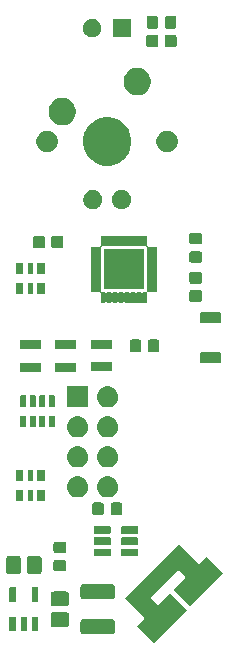
<source format=gts>
G04 #@! TF.GenerationSoftware,KiCad,Pcbnew,5.0.1*
G04 #@! TF.CreationDate,2019-03-28T22:54:33+10:30*
G04 #@! TF.ProjectId,reflex,7265666C65782E6B696361645F706362,rev?*
G04 #@! TF.SameCoordinates,Original*
G04 #@! TF.FileFunction,Soldermask,Top*
G04 #@! TF.FilePolarity,Negative*
%FSLAX46Y46*%
G04 Gerber Fmt 4.6, Leading zero omitted, Abs format (unit mm)*
G04 Created by KiCad (PCBNEW 5.0.1) date Thu 28 Mar 2019 22:54:33 ACDT*
%MOMM*%
%LPD*%
G01*
G04 APERTURE LIST*
%ADD10C,0.100000*%
G04 APERTURE END LIST*
D10*
G36*
X107693055Y-123095446D02*
X107711997Y-123110992D01*
X107733608Y-123122543D01*
X107757057Y-123129656D01*
X107781443Y-123132058D01*
X107805829Y-123129656D01*
X107829278Y-123122543D01*
X107850889Y-123110992D01*
X107869825Y-123095451D01*
X108416071Y-122549205D01*
X109831699Y-123964833D01*
X107040748Y-126755784D01*
X105625120Y-125340156D01*
X106528096Y-124437180D01*
X106577947Y-124387330D01*
X106593493Y-124368388D01*
X106605044Y-124346777D01*
X106612157Y-124323328D01*
X106614559Y-124298942D01*
X106612157Y-124274556D01*
X106605044Y-124251107D01*
X106593493Y-124229496D01*
X106577947Y-124210554D01*
X106105599Y-123738206D01*
X106086657Y-123722660D01*
X106065046Y-123711109D01*
X106041597Y-123703996D01*
X106017211Y-123701594D01*
X105992825Y-123703996D01*
X105969376Y-123711109D01*
X105947765Y-123722660D01*
X105928823Y-123738206D01*
X103738206Y-125928823D01*
X103722660Y-125947765D01*
X103711109Y-125969376D01*
X103703996Y-125992825D01*
X103701594Y-126017211D01*
X103703996Y-126041597D01*
X103711109Y-126065046D01*
X103722660Y-126086657D01*
X103738206Y-126105599D01*
X104210554Y-126577947D01*
X104229496Y-126593493D01*
X104251107Y-126605044D01*
X104274556Y-126612157D01*
X104298942Y-126614559D01*
X104323328Y-126612157D01*
X104346777Y-126605044D01*
X104368388Y-126593493D01*
X104387355Y-126577922D01*
X104389097Y-126576179D01*
X105340156Y-125625120D01*
X106755784Y-127040748D01*
X103964833Y-129831699D01*
X102549205Y-128416071D01*
X103095451Y-127869825D01*
X103110992Y-127850889D01*
X103122543Y-127829279D01*
X103129656Y-127805829D01*
X103132058Y-127781443D01*
X103129656Y-127757057D01*
X103122543Y-127733608D01*
X103110992Y-127711997D01*
X103095446Y-127693055D01*
X101486777Y-126084386D01*
X106084386Y-121486777D01*
X107693055Y-123095446D01*
X107693055Y-123095446D01*
G37*
G36*
X100448217Y-127849550D02*
X100496499Y-127864197D01*
X100540999Y-127887983D01*
X100580006Y-127919994D01*
X100612017Y-127959001D01*
X100635803Y-128003501D01*
X100650450Y-128051783D01*
X100656000Y-128108140D01*
X100656000Y-128861860D01*
X100650450Y-128918217D01*
X100635803Y-128966499D01*
X100612017Y-129010999D01*
X100580006Y-129050006D01*
X100540999Y-129082017D01*
X100496499Y-129105803D01*
X100448217Y-129120450D01*
X100391860Y-129126000D01*
X98008140Y-129126000D01*
X97951783Y-129120450D01*
X97903501Y-129105803D01*
X97859001Y-129082017D01*
X97819994Y-129050006D01*
X97787983Y-129010999D01*
X97764197Y-128966499D01*
X97749550Y-128918217D01*
X97744000Y-128861860D01*
X97744000Y-128108140D01*
X97749550Y-128051783D01*
X97764197Y-128003501D01*
X97787983Y-127959001D01*
X97819994Y-127919994D01*
X97859001Y-127887983D01*
X97903501Y-127864197D01*
X97951783Y-127849550D01*
X98008140Y-127844000D01*
X100391860Y-127844000D01*
X100448217Y-127849550D01*
X100448217Y-127849550D01*
G37*
G36*
X94118102Y-127626093D02*
X94132616Y-127630495D01*
X94146000Y-127637649D01*
X94157727Y-127647273D01*
X94167351Y-127659000D01*
X94174505Y-127672384D01*
X94178907Y-127686898D01*
X94181000Y-127708142D01*
X94181000Y-128791858D01*
X94178907Y-128813102D01*
X94174505Y-128827616D01*
X94167351Y-128841000D01*
X94157727Y-128852727D01*
X94146000Y-128862351D01*
X94132616Y-128869505D01*
X94118102Y-128873907D01*
X94096858Y-128876000D01*
X93703142Y-128876000D01*
X93681898Y-128873907D01*
X93667384Y-128869505D01*
X93654000Y-128862351D01*
X93642273Y-128852727D01*
X93632649Y-128841000D01*
X93625495Y-128827616D01*
X93621093Y-128813102D01*
X93619000Y-128791858D01*
X93619000Y-127708142D01*
X93621093Y-127686898D01*
X93625495Y-127672384D01*
X93632649Y-127659000D01*
X93642273Y-127647273D01*
X93654000Y-127637649D01*
X93667384Y-127630495D01*
X93681898Y-127626093D01*
X93703142Y-127624000D01*
X94096858Y-127624000D01*
X94118102Y-127626093D01*
X94118102Y-127626093D01*
G37*
G36*
X93168102Y-127626093D02*
X93182616Y-127630495D01*
X93196000Y-127637649D01*
X93207727Y-127647273D01*
X93217351Y-127659000D01*
X93224505Y-127672384D01*
X93228907Y-127686898D01*
X93231000Y-127708142D01*
X93231000Y-128791858D01*
X93228907Y-128813102D01*
X93224505Y-128827616D01*
X93217351Y-128841000D01*
X93207727Y-128852727D01*
X93196000Y-128862351D01*
X93182616Y-128869505D01*
X93168102Y-128873907D01*
X93146858Y-128876000D01*
X92753142Y-128876000D01*
X92731898Y-128873907D01*
X92717384Y-128869505D01*
X92704000Y-128862351D01*
X92692273Y-128852727D01*
X92682649Y-128841000D01*
X92675495Y-128827616D01*
X92671093Y-128813102D01*
X92669000Y-128791858D01*
X92669000Y-127708142D01*
X92671093Y-127686898D01*
X92675495Y-127672384D01*
X92682649Y-127659000D01*
X92692273Y-127647273D01*
X92704000Y-127637649D01*
X92717384Y-127630495D01*
X92731898Y-127626093D01*
X92753142Y-127624000D01*
X93146858Y-127624000D01*
X93168102Y-127626093D01*
X93168102Y-127626093D01*
G37*
G36*
X92218102Y-127626093D02*
X92232616Y-127630495D01*
X92246000Y-127637649D01*
X92257727Y-127647273D01*
X92267351Y-127659000D01*
X92274505Y-127672384D01*
X92278907Y-127686898D01*
X92281000Y-127708142D01*
X92281000Y-128791858D01*
X92278907Y-128813102D01*
X92274505Y-128827616D01*
X92267351Y-128841000D01*
X92257727Y-128852727D01*
X92246000Y-128862351D01*
X92232616Y-128869505D01*
X92218102Y-128873907D01*
X92196858Y-128876000D01*
X91803142Y-128876000D01*
X91781898Y-128873907D01*
X91767384Y-128869505D01*
X91754000Y-128862351D01*
X91742273Y-128852727D01*
X91732649Y-128841000D01*
X91725495Y-128827616D01*
X91721093Y-128813102D01*
X91719000Y-128791858D01*
X91719000Y-127708142D01*
X91721093Y-127686898D01*
X91725495Y-127672384D01*
X91732649Y-127659000D01*
X91742273Y-127647273D01*
X91754000Y-127637649D01*
X91767384Y-127630495D01*
X91781898Y-127626093D01*
X91803142Y-127624000D01*
X92196858Y-127624000D01*
X92218102Y-127626093D01*
X92218102Y-127626093D01*
G37*
G36*
X96582239Y-127249454D02*
X96629587Y-127263818D01*
X96673223Y-127287140D01*
X96711470Y-127318530D01*
X96742860Y-127356777D01*
X96766182Y-127400413D01*
X96780546Y-127447761D01*
X96786000Y-127503140D01*
X96786000Y-128246860D01*
X96780546Y-128302239D01*
X96766182Y-128349587D01*
X96742860Y-128393223D01*
X96711470Y-128431470D01*
X96673223Y-128462860D01*
X96629587Y-128486182D01*
X96582239Y-128500546D01*
X96526860Y-128506000D01*
X95473140Y-128506000D01*
X95417761Y-128500546D01*
X95370413Y-128486182D01*
X95326777Y-128462860D01*
X95288530Y-128431470D01*
X95257140Y-128393223D01*
X95233818Y-128349587D01*
X95219454Y-128302239D01*
X95214000Y-128246860D01*
X95214000Y-127503140D01*
X95219454Y-127447761D01*
X95233818Y-127400413D01*
X95257140Y-127356777D01*
X95288530Y-127318530D01*
X95326777Y-127287140D01*
X95370413Y-127263818D01*
X95417761Y-127249454D01*
X95473140Y-127244000D01*
X96526860Y-127244000D01*
X96582239Y-127249454D01*
X96582239Y-127249454D01*
G37*
G36*
X96582239Y-125499454D02*
X96629587Y-125513818D01*
X96673223Y-125537140D01*
X96711470Y-125568530D01*
X96742860Y-125606777D01*
X96766182Y-125650413D01*
X96780546Y-125697761D01*
X96786000Y-125753140D01*
X96786000Y-126496860D01*
X96780546Y-126552239D01*
X96766182Y-126599587D01*
X96742860Y-126643223D01*
X96711470Y-126681470D01*
X96673223Y-126712860D01*
X96629587Y-126736182D01*
X96582239Y-126750546D01*
X96526860Y-126756000D01*
X95473140Y-126756000D01*
X95417761Y-126750546D01*
X95370413Y-126736182D01*
X95326777Y-126712860D01*
X95288530Y-126681470D01*
X95257140Y-126643223D01*
X95233818Y-126599587D01*
X95219454Y-126552239D01*
X95214000Y-126496860D01*
X95214000Y-125753140D01*
X95219454Y-125697761D01*
X95233818Y-125650413D01*
X95257140Y-125606777D01*
X95288530Y-125568530D01*
X95326777Y-125537140D01*
X95370413Y-125513818D01*
X95417761Y-125499454D01*
X95473140Y-125494000D01*
X96526860Y-125494000D01*
X96582239Y-125499454D01*
X96582239Y-125499454D01*
G37*
G36*
X92218102Y-125126093D02*
X92232616Y-125130495D01*
X92246000Y-125137649D01*
X92257727Y-125147273D01*
X92267351Y-125159000D01*
X92274505Y-125172384D01*
X92278907Y-125186898D01*
X92281000Y-125208142D01*
X92281000Y-126291858D01*
X92278907Y-126313102D01*
X92274505Y-126327616D01*
X92267351Y-126341000D01*
X92257727Y-126352727D01*
X92246000Y-126362351D01*
X92232616Y-126369505D01*
X92218102Y-126373907D01*
X92196858Y-126376000D01*
X91803142Y-126376000D01*
X91781898Y-126373907D01*
X91767384Y-126369505D01*
X91754000Y-126362351D01*
X91742273Y-126352727D01*
X91732649Y-126341000D01*
X91725495Y-126327616D01*
X91721093Y-126313102D01*
X91719000Y-126291858D01*
X91719000Y-125208142D01*
X91721093Y-125186898D01*
X91725495Y-125172384D01*
X91732649Y-125159000D01*
X91742273Y-125147273D01*
X91754000Y-125137649D01*
X91767384Y-125130495D01*
X91781898Y-125126093D01*
X91803142Y-125124000D01*
X92196858Y-125124000D01*
X92218102Y-125126093D01*
X92218102Y-125126093D01*
G37*
G36*
X94118102Y-125126093D02*
X94132616Y-125130495D01*
X94146000Y-125137649D01*
X94157727Y-125147273D01*
X94167351Y-125159000D01*
X94174505Y-125172384D01*
X94178907Y-125186898D01*
X94181000Y-125208142D01*
X94181000Y-126291858D01*
X94178907Y-126313102D01*
X94174505Y-126327616D01*
X94167351Y-126341000D01*
X94157727Y-126352727D01*
X94146000Y-126362351D01*
X94132616Y-126369505D01*
X94118102Y-126373907D01*
X94096858Y-126376000D01*
X93703142Y-126376000D01*
X93681898Y-126373907D01*
X93667384Y-126369505D01*
X93654000Y-126362351D01*
X93642273Y-126352727D01*
X93632649Y-126341000D01*
X93625495Y-126327616D01*
X93621093Y-126313102D01*
X93619000Y-126291858D01*
X93619000Y-125208142D01*
X93621093Y-125186898D01*
X93625495Y-125172384D01*
X93632649Y-125159000D01*
X93642273Y-125147273D01*
X93654000Y-125137649D01*
X93667384Y-125130495D01*
X93681898Y-125126093D01*
X93703142Y-125124000D01*
X94096858Y-125124000D01*
X94118102Y-125126093D01*
X94118102Y-125126093D01*
G37*
G36*
X100448217Y-124879550D02*
X100496499Y-124894197D01*
X100540999Y-124917983D01*
X100580006Y-124949994D01*
X100612017Y-124989001D01*
X100635803Y-125033501D01*
X100650450Y-125081783D01*
X100656000Y-125138140D01*
X100656000Y-125891860D01*
X100650450Y-125948217D01*
X100635803Y-125996499D01*
X100612017Y-126040999D01*
X100580006Y-126080006D01*
X100540999Y-126112017D01*
X100496499Y-126135803D01*
X100448217Y-126150450D01*
X100391860Y-126156000D01*
X98008140Y-126156000D01*
X97951783Y-126150450D01*
X97903501Y-126135803D01*
X97859001Y-126112017D01*
X97819994Y-126080006D01*
X97787983Y-126040999D01*
X97764197Y-125996499D01*
X97749550Y-125948217D01*
X97744000Y-125891860D01*
X97744000Y-125138140D01*
X97749550Y-125081783D01*
X97764197Y-125033501D01*
X97787983Y-124989001D01*
X97819994Y-124949994D01*
X97859001Y-124917983D01*
X97903501Y-124894197D01*
X97951783Y-124879550D01*
X98008140Y-124874000D01*
X100391860Y-124874000D01*
X100448217Y-124879550D01*
X100448217Y-124879550D01*
G37*
G36*
X94252239Y-122469454D02*
X94299587Y-122483818D01*
X94343223Y-122507140D01*
X94381470Y-122538530D01*
X94412860Y-122576777D01*
X94436182Y-122620413D01*
X94450546Y-122667761D01*
X94456000Y-122723140D01*
X94456000Y-123776860D01*
X94450546Y-123832239D01*
X94436182Y-123879587D01*
X94412860Y-123923223D01*
X94381470Y-123961470D01*
X94343223Y-123992860D01*
X94299587Y-124016182D01*
X94252239Y-124030546D01*
X94196860Y-124036000D01*
X93453140Y-124036000D01*
X93397761Y-124030546D01*
X93350413Y-124016182D01*
X93306777Y-123992860D01*
X93268530Y-123961470D01*
X93237140Y-123923223D01*
X93213818Y-123879587D01*
X93199454Y-123832239D01*
X93194000Y-123776860D01*
X93194000Y-122723140D01*
X93199454Y-122667761D01*
X93213818Y-122620413D01*
X93237140Y-122576777D01*
X93268530Y-122538530D01*
X93306777Y-122507140D01*
X93350413Y-122483818D01*
X93397761Y-122469454D01*
X93453140Y-122464000D01*
X94196860Y-122464000D01*
X94252239Y-122469454D01*
X94252239Y-122469454D01*
G37*
G36*
X92502239Y-122469454D02*
X92549587Y-122483818D01*
X92593223Y-122507140D01*
X92631470Y-122538530D01*
X92662860Y-122576777D01*
X92686182Y-122620413D01*
X92700546Y-122667761D01*
X92706000Y-122723140D01*
X92706000Y-123776860D01*
X92700546Y-123832239D01*
X92686182Y-123879587D01*
X92662860Y-123923223D01*
X92631470Y-123961470D01*
X92593223Y-123992860D01*
X92549587Y-124016182D01*
X92502239Y-124030546D01*
X92446860Y-124036000D01*
X91703140Y-124036000D01*
X91647761Y-124030546D01*
X91600413Y-124016182D01*
X91556777Y-123992860D01*
X91518530Y-123961470D01*
X91487140Y-123923223D01*
X91463818Y-123879587D01*
X91449454Y-123832239D01*
X91444000Y-123776860D01*
X91444000Y-122723140D01*
X91449454Y-122667761D01*
X91463818Y-122620413D01*
X91487140Y-122576777D01*
X91518530Y-122538530D01*
X91556777Y-122507140D01*
X91600413Y-122483818D01*
X91647761Y-122469454D01*
X91703140Y-122464000D01*
X92446860Y-122464000D01*
X92502239Y-122469454D01*
X92502239Y-122469454D01*
G37*
G36*
X96399617Y-122827965D02*
X96432430Y-122837918D01*
X96462667Y-122854080D01*
X96489170Y-122875830D01*
X96510920Y-122902333D01*
X96527082Y-122932570D01*
X96537035Y-122965383D01*
X96541000Y-123005640D01*
X96541000Y-123594360D01*
X96537035Y-123634617D01*
X96527082Y-123667430D01*
X96510920Y-123697667D01*
X96489170Y-123724170D01*
X96462667Y-123745920D01*
X96432430Y-123762082D01*
X96399617Y-123772035D01*
X96359360Y-123776000D01*
X95640640Y-123776000D01*
X95600383Y-123772035D01*
X95567570Y-123762082D01*
X95537333Y-123745920D01*
X95510830Y-123724170D01*
X95489080Y-123697667D01*
X95472918Y-123667430D01*
X95462965Y-123634617D01*
X95459000Y-123594360D01*
X95459000Y-123005640D01*
X95462965Y-122965383D01*
X95472918Y-122932570D01*
X95489080Y-122902333D01*
X95510830Y-122875830D01*
X95537333Y-122854080D01*
X95567570Y-122837918D01*
X95600383Y-122827965D01*
X95640640Y-122824000D01*
X96359360Y-122824000D01*
X96399617Y-122827965D01*
X96399617Y-122827965D01*
G37*
G36*
X100217977Y-121871572D02*
X100237187Y-121877399D01*
X100254884Y-121886859D01*
X100270404Y-121899596D01*
X100283141Y-121915116D01*
X100292601Y-121932813D01*
X100298428Y-121952023D01*
X100301000Y-121978140D01*
X100301000Y-122421860D01*
X100298428Y-122447977D01*
X100292601Y-122467187D01*
X100283141Y-122484884D01*
X100270404Y-122500404D01*
X100254884Y-122513141D01*
X100237187Y-122522601D01*
X100217977Y-122528428D01*
X100191860Y-122531000D01*
X98958140Y-122531000D01*
X98932023Y-122528428D01*
X98912813Y-122522601D01*
X98895116Y-122513141D01*
X98879596Y-122500404D01*
X98866859Y-122484884D01*
X98857399Y-122467187D01*
X98851572Y-122447977D01*
X98849000Y-122421860D01*
X98849000Y-121978140D01*
X98851572Y-121952023D01*
X98857399Y-121932813D01*
X98866859Y-121915116D01*
X98879596Y-121899596D01*
X98895116Y-121886859D01*
X98912813Y-121877399D01*
X98932023Y-121871572D01*
X98958140Y-121869000D01*
X100191860Y-121869000D01*
X100217977Y-121871572D01*
X100217977Y-121871572D01*
G37*
G36*
X102567977Y-121871572D02*
X102587187Y-121877399D01*
X102604884Y-121886859D01*
X102620404Y-121899596D01*
X102633141Y-121915116D01*
X102642601Y-121932813D01*
X102648428Y-121952023D01*
X102651000Y-121978140D01*
X102651000Y-122421860D01*
X102648428Y-122447977D01*
X102642601Y-122467187D01*
X102633141Y-122484884D01*
X102620404Y-122500404D01*
X102604884Y-122513141D01*
X102587187Y-122522601D01*
X102567977Y-122528428D01*
X102541860Y-122531000D01*
X101308140Y-122531000D01*
X101282023Y-122528428D01*
X101262813Y-122522601D01*
X101245116Y-122513141D01*
X101229596Y-122500404D01*
X101216859Y-122484884D01*
X101207399Y-122467187D01*
X101201572Y-122447977D01*
X101199000Y-122421860D01*
X101199000Y-121978140D01*
X101201572Y-121952023D01*
X101207399Y-121932813D01*
X101216859Y-121915116D01*
X101229596Y-121899596D01*
X101245116Y-121886859D01*
X101262813Y-121877399D01*
X101282023Y-121871572D01*
X101308140Y-121869000D01*
X102541860Y-121869000D01*
X102567977Y-121871572D01*
X102567977Y-121871572D01*
G37*
G36*
X96399617Y-121277965D02*
X96432430Y-121287918D01*
X96462667Y-121304080D01*
X96489170Y-121325830D01*
X96510920Y-121352333D01*
X96527082Y-121382570D01*
X96537035Y-121415383D01*
X96541000Y-121455640D01*
X96541000Y-122044360D01*
X96537035Y-122084617D01*
X96527082Y-122117430D01*
X96510920Y-122147667D01*
X96489170Y-122174170D01*
X96462667Y-122195920D01*
X96432430Y-122212082D01*
X96399617Y-122222035D01*
X96359360Y-122226000D01*
X95640640Y-122226000D01*
X95600383Y-122222035D01*
X95567570Y-122212082D01*
X95537333Y-122195920D01*
X95510830Y-122174170D01*
X95489080Y-122147667D01*
X95472918Y-122117430D01*
X95462965Y-122084617D01*
X95459000Y-122044360D01*
X95459000Y-121455640D01*
X95462965Y-121415383D01*
X95472918Y-121382570D01*
X95489080Y-121352333D01*
X95510830Y-121325830D01*
X95537333Y-121304080D01*
X95567570Y-121287918D01*
X95600383Y-121277965D01*
X95640640Y-121274000D01*
X96359360Y-121274000D01*
X96399617Y-121277965D01*
X96399617Y-121277965D01*
G37*
G36*
X100217977Y-120921572D02*
X100237187Y-120927399D01*
X100254884Y-120936859D01*
X100270404Y-120949596D01*
X100283141Y-120965116D01*
X100292601Y-120982813D01*
X100298428Y-121002023D01*
X100301000Y-121028140D01*
X100301000Y-121471860D01*
X100298428Y-121497977D01*
X100292601Y-121517187D01*
X100283141Y-121534884D01*
X100270404Y-121550404D01*
X100254884Y-121563141D01*
X100237187Y-121572601D01*
X100217977Y-121578428D01*
X100191860Y-121581000D01*
X98958140Y-121581000D01*
X98932023Y-121578428D01*
X98912813Y-121572601D01*
X98895116Y-121563141D01*
X98879596Y-121550404D01*
X98866859Y-121534884D01*
X98857399Y-121517187D01*
X98851572Y-121497977D01*
X98849000Y-121471860D01*
X98849000Y-121028140D01*
X98851572Y-121002023D01*
X98857399Y-120982813D01*
X98866859Y-120965116D01*
X98879596Y-120949596D01*
X98895116Y-120936859D01*
X98912813Y-120927399D01*
X98932023Y-120921572D01*
X98958140Y-120919000D01*
X100191860Y-120919000D01*
X100217977Y-120921572D01*
X100217977Y-120921572D01*
G37*
G36*
X102567977Y-120921572D02*
X102587187Y-120927399D01*
X102604884Y-120936859D01*
X102620404Y-120949596D01*
X102633141Y-120965116D01*
X102642601Y-120982813D01*
X102648428Y-121002023D01*
X102651000Y-121028140D01*
X102651000Y-121471860D01*
X102648428Y-121497977D01*
X102642601Y-121517187D01*
X102633141Y-121534884D01*
X102620404Y-121550404D01*
X102604884Y-121563141D01*
X102587187Y-121572601D01*
X102567977Y-121578428D01*
X102541860Y-121581000D01*
X101308140Y-121581000D01*
X101282023Y-121578428D01*
X101262813Y-121572601D01*
X101245116Y-121563141D01*
X101229596Y-121550404D01*
X101216859Y-121534884D01*
X101207399Y-121517187D01*
X101201572Y-121497977D01*
X101199000Y-121471860D01*
X101199000Y-121028140D01*
X101201572Y-121002023D01*
X101207399Y-120982813D01*
X101216859Y-120965116D01*
X101229596Y-120949596D01*
X101245116Y-120936859D01*
X101262813Y-120927399D01*
X101282023Y-120921572D01*
X101308140Y-120919000D01*
X102541860Y-120919000D01*
X102567977Y-120921572D01*
X102567977Y-120921572D01*
G37*
G36*
X102567977Y-119971572D02*
X102587187Y-119977399D01*
X102604884Y-119986859D01*
X102620404Y-119999596D01*
X102633141Y-120015116D01*
X102642601Y-120032813D01*
X102648428Y-120052023D01*
X102651000Y-120078140D01*
X102651000Y-120521860D01*
X102648428Y-120547977D01*
X102642601Y-120567187D01*
X102633141Y-120584884D01*
X102620404Y-120600404D01*
X102604884Y-120613141D01*
X102587187Y-120622601D01*
X102567977Y-120628428D01*
X102541860Y-120631000D01*
X101308140Y-120631000D01*
X101282023Y-120628428D01*
X101262813Y-120622601D01*
X101245116Y-120613141D01*
X101229596Y-120600404D01*
X101216859Y-120584884D01*
X101207399Y-120567187D01*
X101201572Y-120547977D01*
X101199000Y-120521860D01*
X101199000Y-120078140D01*
X101201572Y-120052023D01*
X101207399Y-120032813D01*
X101216859Y-120015116D01*
X101229596Y-119999596D01*
X101245116Y-119986859D01*
X101262813Y-119977399D01*
X101282023Y-119971572D01*
X101308140Y-119969000D01*
X102541860Y-119969000D01*
X102567977Y-119971572D01*
X102567977Y-119971572D01*
G37*
G36*
X100217977Y-119971572D02*
X100237187Y-119977399D01*
X100254884Y-119986859D01*
X100270404Y-119999596D01*
X100283141Y-120015116D01*
X100292601Y-120032813D01*
X100298428Y-120052023D01*
X100301000Y-120078140D01*
X100301000Y-120521860D01*
X100298428Y-120547977D01*
X100292601Y-120567187D01*
X100283141Y-120584884D01*
X100270404Y-120600404D01*
X100254884Y-120613141D01*
X100237187Y-120622601D01*
X100217977Y-120628428D01*
X100191860Y-120631000D01*
X98958140Y-120631000D01*
X98932023Y-120628428D01*
X98912813Y-120622601D01*
X98895116Y-120613141D01*
X98879596Y-120600404D01*
X98866859Y-120584884D01*
X98857399Y-120567187D01*
X98851572Y-120547977D01*
X98849000Y-120521860D01*
X98849000Y-120078140D01*
X98851572Y-120052023D01*
X98857399Y-120032813D01*
X98866859Y-120015116D01*
X98879596Y-119999596D01*
X98895116Y-119986859D01*
X98912813Y-119977399D01*
X98932023Y-119971572D01*
X98958140Y-119969000D01*
X100191860Y-119969000D01*
X100217977Y-119971572D01*
X100217977Y-119971572D01*
G37*
G36*
X99559617Y-117962965D02*
X99592430Y-117972918D01*
X99622667Y-117989080D01*
X99649170Y-118010830D01*
X99670920Y-118037333D01*
X99687082Y-118067570D01*
X99697035Y-118100383D01*
X99701000Y-118140640D01*
X99701000Y-118859360D01*
X99697035Y-118899617D01*
X99687082Y-118932430D01*
X99670920Y-118962667D01*
X99649170Y-118989170D01*
X99622667Y-119010920D01*
X99592430Y-119027082D01*
X99559617Y-119037035D01*
X99519360Y-119041000D01*
X98930640Y-119041000D01*
X98890383Y-119037035D01*
X98857570Y-119027082D01*
X98827333Y-119010920D01*
X98800830Y-118989170D01*
X98779080Y-118962667D01*
X98762918Y-118932430D01*
X98752965Y-118899617D01*
X98749000Y-118859360D01*
X98749000Y-118140640D01*
X98752965Y-118100383D01*
X98762918Y-118067570D01*
X98779080Y-118037333D01*
X98800830Y-118010830D01*
X98827333Y-117989080D01*
X98857570Y-117972918D01*
X98890383Y-117962965D01*
X98930640Y-117959000D01*
X99519360Y-117959000D01*
X99559617Y-117962965D01*
X99559617Y-117962965D01*
G37*
G36*
X101109617Y-117962965D02*
X101142430Y-117972918D01*
X101172667Y-117989080D01*
X101199170Y-118010830D01*
X101220920Y-118037333D01*
X101237082Y-118067570D01*
X101247035Y-118100383D01*
X101251000Y-118140640D01*
X101251000Y-118859360D01*
X101247035Y-118899617D01*
X101237082Y-118932430D01*
X101220920Y-118962667D01*
X101199170Y-118989170D01*
X101172667Y-119010920D01*
X101142430Y-119027082D01*
X101109617Y-119037035D01*
X101069360Y-119041000D01*
X100480640Y-119041000D01*
X100440383Y-119037035D01*
X100407570Y-119027082D01*
X100377333Y-119010920D01*
X100350830Y-118989170D01*
X100329080Y-118962667D01*
X100312918Y-118932430D01*
X100302965Y-118899617D01*
X100299000Y-118859360D01*
X100299000Y-118140640D01*
X100302965Y-118100383D01*
X100312918Y-118067570D01*
X100329080Y-118037333D01*
X100350830Y-118010830D01*
X100377333Y-117989080D01*
X100407570Y-117972918D01*
X100440383Y-117962965D01*
X100480640Y-117959000D01*
X101069360Y-117959000D01*
X101109617Y-117962965D01*
X101109617Y-117962965D01*
G37*
G36*
X94701000Y-117801000D02*
X94099000Y-117801000D01*
X94099000Y-116899000D01*
X94701000Y-116899000D01*
X94701000Y-117801000D01*
X94701000Y-117801000D01*
G37*
G36*
X92901000Y-117801000D02*
X92299000Y-117801000D01*
X92299000Y-116899000D01*
X92901000Y-116899000D01*
X92901000Y-117801000D01*
X92901000Y-117801000D01*
G37*
G36*
X93701000Y-117801000D02*
X93299000Y-117801000D01*
X93299000Y-116899000D01*
X93701000Y-116899000D01*
X93701000Y-117801000D01*
X93701000Y-117801000D01*
G37*
G36*
X100150443Y-115725519D02*
X100216627Y-115732037D01*
X100329853Y-115766384D01*
X100386467Y-115783557D01*
X100525087Y-115857652D01*
X100542991Y-115867222D01*
X100578729Y-115896552D01*
X100680186Y-115979814D01*
X100763448Y-116081271D01*
X100792778Y-116117009D01*
X100792779Y-116117011D01*
X100876443Y-116273533D01*
X100876443Y-116273534D01*
X100927963Y-116443373D01*
X100945359Y-116620000D01*
X100927963Y-116796627D01*
X100893616Y-116909853D01*
X100876443Y-116966467D01*
X100802348Y-117105087D01*
X100792778Y-117122991D01*
X100763448Y-117158729D01*
X100680186Y-117260186D01*
X100578729Y-117343448D01*
X100542991Y-117372778D01*
X100542989Y-117372779D01*
X100386467Y-117456443D01*
X100329853Y-117473616D01*
X100216627Y-117507963D01*
X100150443Y-117514481D01*
X100084260Y-117521000D01*
X99995740Y-117521000D01*
X99929557Y-117514481D01*
X99863373Y-117507963D01*
X99750147Y-117473616D01*
X99693533Y-117456443D01*
X99537011Y-117372779D01*
X99537009Y-117372778D01*
X99501271Y-117343448D01*
X99399814Y-117260186D01*
X99316552Y-117158729D01*
X99287222Y-117122991D01*
X99277652Y-117105087D01*
X99203557Y-116966467D01*
X99186384Y-116909853D01*
X99152037Y-116796627D01*
X99134641Y-116620000D01*
X99152037Y-116443373D01*
X99203557Y-116273534D01*
X99203557Y-116273533D01*
X99287221Y-116117011D01*
X99287222Y-116117009D01*
X99316552Y-116081271D01*
X99399814Y-115979814D01*
X99501271Y-115896552D01*
X99537009Y-115867222D01*
X99554913Y-115857652D01*
X99693533Y-115783557D01*
X99750147Y-115766384D01*
X99863373Y-115732037D01*
X99929557Y-115725519D01*
X99995740Y-115719000D01*
X100084260Y-115719000D01*
X100150443Y-115725519D01*
X100150443Y-115725519D01*
G37*
G36*
X97610443Y-115725519D02*
X97676627Y-115732037D01*
X97789853Y-115766384D01*
X97846467Y-115783557D01*
X97985087Y-115857652D01*
X98002991Y-115867222D01*
X98038729Y-115896552D01*
X98140186Y-115979814D01*
X98223448Y-116081271D01*
X98252778Y-116117009D01*
X98252779Y-116117011D01*
X98336443Y-116273533D01*
X98336443Y-116273534D01*
X98387963Y-116443373D01*
X98405359Y-116620000D01*
X98387963Y-116796627D01*
X98353616Y-116909853D01*
X98336443Y-116966467D01*
X98262348Y-117105087D01*
X98252778Y-117122991D01*
X98223448Y-117158729D01*
X98140186Y-117260186D01*
X98038729Y-117343448D01*
X98002991Y-117372778D01*
X98002989Y-117372779D01*
X97846467Y-117456443D01*
X97789853Y-117473616D01*
X97676627Y-117507963D01*
X97610443Y-117514481D01*
X97544260Y-117521000D01*
X97455740Y-117521000D01*
X97389557Y-117514481D01*
X97323373Y-117507963D01*
X97210147Y-117473616D01*
X97153533Y-117456443D01*
X96997011Y-117372779D01*
X96997009Y-117372778D01*
X96961271Y-117343448D01*
X96859814Y-117260186D01*
X96776552Y-117158729D01*
X96747222Y-117122991D01*
X96737652Y-117105087D01*
X96663557Y-116966467D01*
X96646384Y-116909853D01*
X96612037Y-116796627D01*
X96594641Y-116620000D01*
X96612037Y-116443373D01*
X96663557Y-116273534D01*
X96663557Y-116273533D01*
X96747221Y-116117011D01*
X96747222Y-116117009D01*
X96776552Y-116081271D01*
X96859814Y-115979814D01*
X96961271Y-115896552D01*
X96997009Y-115867222D01*
X97014913Y-115857652D01*
X97153533Y-115783557D01*
X97210147Y-115766384D01*
X97323373Y-115732037D01*
X97389557Y-115725519D01*
X97455740Y-115719000D01*
X97544260Y-115719000D01*
X97610443Y-115725519D01*
X97610443Y-115725519D01*
G37*
G36*
X92901000Y-116101000D02*
X92299000Y-116101000D01*
X92299000Y-115199000D01*
X92901000Y-115199000D01*
X92901000Y-116101000D01*
X92901000Y-116101000D01*
G37*
G36*
X94701000Y-116101000D02*
X94099000Y-116101000D01*
X94099000Y-115199000D01*
X94701000Y-115199000D01*
X94701000Y-116101000D01*
X94701000Y-116101000D01*
G37*
G36*
X93701000Y-116101000D02*
X93299000Y-116101000D01*
X93299000Y-115199000D01*
X93701000Y-115199000D01*
X93701000Y-116101000D01*
X93701000Y-116101000D01*
G37*
G36*
X100150442Y-113185518D02*
X100216627Y-113192037D01*
X100329853Y-113226384D01*
X100386467Y-113243557D01*
X100525087Y-113317652D01*
X100542991Y-113327222D01*
X100578729Y-113356552D01*
X100680186Y-113439814D01*
X100763448Y-113541271D01*
X100792778Y-113577009D01*
X100792779Y-113577011D01*
X100876443Y-113733533D01*
X100876443Y-113733534D01*
X100927963Y-113903373D01*
X100945359Y-114080000D01*
X100927963Y-114256627D01*
X100893616Y-114369853D01*
X100876443Y-114426467D01*
X100802348Y-114565087D01*
X100792778Y-114582991D01*
X100763448Y-114618729D01*
X100680186Y-114720186D01*
X100578729Y-114803448D01*
X100542991Y-114832778D01*
X100542989Y-114832779D01*
X100386467Y-114916443D01*
X100329853Y-114933616D01*
X100216627Y-114967963D01*
X100150442Y-114974482D01*
X100084260Y-114981000D01*
X99995740Y-114981000D01*
X99929558Y-114974482D01*
X99863373Y-114967963D01*
X99750147Y-114933616D01*
X99693533Y-114916443D01*
X99537011Y-114832779D01*
X99537009Y-114832778D01*
X99501271Y-114803448D01*
X99399814Y-114720186D01*
X99316552Y-114618729D01*
X99287222Y-114582991D01*
X99277652Y-114565087D01*
X99203557Y-114426467D01*
X99186384Y-114369853D01*
X99152037Y-114256627D01*
X99134641Y-114080000D01*
X99152037Y-113903373D01*
X99203557Y-113733534D01*
X99203557Y-113733533D01*
X99287221Y-113577011D01*
X99287222Y-113577009D01*
X99316552Y-113541271D01*
X99399814Y-113439814D01*
X99501271Y-113356552D01*
X99537009Y-113327222D01*
X99554913Y-113317652D01*
X99693533Y-113243557D01*
X99750147Y-113226384D01*
X99863373Y-113192037D01*
X99929558Y-113185518D01*
X99995740Y-113179000D01*
X100084260Y-113179000D01*
X100150442Y-113185518D01*
X100150442Y-113185518D01*
G37*
G36*
X97610442Y-113185518D02*
X97676627Y-113192037D01*
X97789853Y-113226384D01*
X97846467Y-113243557D01*
X97985087Y-113317652D01*
X98002991Y-113327222D01*
X98038729Y-113356552D01*
X98140186Y-113439814D01*
X98223448Y-113541271D01*
X98252778Y-113577009D01*
X98252779Y-113577011D01*
X98336443Y-113733533D01*
X98336443Y-113733534D01*
X98387963Y-113903373D01*
X98405359Y-114080000D01*
X98387963Y-114256627D01*
X98353616Y-114369853D01*
X98336443Y-114426467D01*
X98262348Y-114565087D01*
X98252778Y-114582991D01*
X98223448Y-114618729D01*
X98140186Y-114720186D01*
X98038729Y-114803448D01*
X98002991Y-114832778D01*
X98002989Y-114832779D01*
X97846467Y-114916443D01*
X97789853Y-114933616D01*
X97676627Y-114967963D01*
X97610442Y-114974482D01*
X97544260Y-114981000D01*
X97455740Y-114981000D01*
X97389558Y-114974482D01*
X97323373Y-114967963D01*
X97210147Y-114933616D01*
X97153533Y-114916443D01*
X96997011Y-114832779D01*
X96997009Y-114832778D01*
X96961271Y-114803448D01*
X96859814Y-114720186D01*
X96776552Y-114618729D01*
X96747222Y-114582991D01*
X96737652Y-114565087D01*
X96663557Y-114426467D01*
X96646384Y-114369853D01*
X96612037Y-114256627D01*
X96594641Y-114080000D01*
X96612037Y-113903373D01*
X96663557Y-113733534D01*
X96663557Y-113733533D01*
X96747221Y-113577011D01*
X96747222Y-113577009D01*
X96776552Y-113541271D01*
X96859814Y-113439814D01*
X96961271Y-113356552D01*
X96997009Y-113327222D01*
X97014913Y-113317652D01*
X97153533Y-113243557D01*
X97210147Y-113226384D01*
X97323373Y-113192037D01*
X97389558Y-113185518D01*
X97455740Y-113179000D01*
X97544260Y-113179000D01*
X97610442Y-113185518D01*
X97610442Y-113185518D01*
G37*
G36*
X97610442Y-110645518D02*
X97676627Y-110652037D01*
X97789853Y-110686384D01*
X97846467Y-110703557D01*
X97985087Y-110777652D01*
X98002991Y-110787222D01*
X98038729Y-110816552D01*
X98140186Y-110899814D01*
X98223448Y-111001271D01*
X98252778Y-111037009D01*
X98252779Y-111037011D01*
X98336443Y-111193533D01*
X98336443Y-111193534D01*
X98387963Y-111363373D01*
X98405359Y-111540000D01*
X98387963Y-111716627D01*
X98353616Y-111829853D01*
X98336443Y-111886467D01*
X98262348Y-112025087D01*
X98252778Y-112042991D01*
X98223448Y-112078729D01*
X98140186Y-112180186D01*
X98038729Y-112263448D01*
X98002991Y-112292778D01*
X98002989Y-112292779D01*
X97846467Y-112376443D01*
X97789853Y-112393616D01*
X97676627Y-112427963D01*
X97610442Y-112434482D01*
X97544260Y-112441000D01*
X97455740Y-112441000D01*
X97389558Y-112434482D01*
X97323373Y-112427963D01*
X97210147Y-112393616D01*
X97153533Y-112376443D01*
X96997011Y-112292779D01*
X96997009Y-112292778D01*
X96961271Y-112263448D01*
X96859814Y-112180186D01*
X96776552Y-112078729D01*
X96747222Y-112042991D01*
X96737652Y-112025087D01*
X96663557Y-111886467D01*
X96646384Y-111829853D01*
X96612037Y-111716627D01*
X96594641Y-111540000D01*
X96612037Y-111363373D01*
X96663557Y-111193534D01*
X96663557Y-111193533D01*
X96747221Y-111037011D01*
X96747222Y-111037009D01*
X96776552Y-111001271D01*
X96859814Y-110899814D01*
X96961271Y-110816552D01*
X96997009Y-110787222D01*
X97014913Y-110777652D01*
X97153533Y-110703557D01*
X97210147Y-110686384D01*
X97323373Y-110652037D01*
X97389558Y-110645518D01*
X97455740Y-110639000D01*
X97544260Y-110639000D01*
X97610442Y-110645518D01*
X97610442Y-110645518D01*
G37*
G36*
X100150442Y-110645518D02*
X100216627Y-110652037D01*
X100329853Y-110686384D01*
X100386467Y-110703557D01*
X100525087Y-110777652D01*
X100542991Y-110787222D01*
X100578729Y-110816552D01*
X100680186Y-110899814D01*
X100763448Y-111001271D01*
X100792778Y-111037009D01*
X100792779Y-111037011D01*
X100876443Y-111193533D01*
X100876443Y-111193534D01*
X100927963Y-111363373D01*
X100945359Y-111540000D01*
X100927963Y-111716627D01*
X100893616Y-111829853D01*
X100876443Y-111886467D01*
X100802348Y-112025087D01*
X100792778Y-112042991D01*
X100763448Y-112078729D01*
X100680186Y-112180186D01*
X100578729Y-112263448D01*
X100542991Y-112292778D01*
X100542989Y-112292779D01*
X100386467Y-112376443D01*
X100329853Y-112393616D01*
X100216627Y-112427963D01*
X100150442Y-112434482D01*
X100084260Y-112441000D01*
X99995740Y-112441000D01*
X99929558Y-112434482D01*
X99863373Y-112427963D01*
X99750147Y-112393616D01*
X99693533Y-112376443D01*
X99537011Y-112292779D01*
X99537009Y-112292778D01*
X99501271Y-112263448D01*
X99399814Y-112180186D01*
X99316552Y-112078729D01*
X99287222Y-112042991D01*
X99277652Y-112025087D01*
X99203557Y-111886467D01*
X99186384Y-111829853D01*
X99152037Y-111716627D01*
X99134641Y-111540000D01*
X99152037Y-111363373D01*
X99203557Y-111193534D01*
X99203557Y-111193533D01*
X99287221Y-111037011D01*
X99287222Y-111037009D01*
X99316552Y-111001271D01*
X99399814Y-110899814D01*
X99501271Y-110816552D01*
X99537009Y-110787222D01*
X99554913Y-110777652D01*
X99693533Y-110703557D01*
X99750147Y-110686384D01*
X99863373Y-110652037D01*
X99929558Y-110645518D01*
X99995740Y-110639000D01*
X100084260Y-110639000D01*
X100150442Y-110645518D01*
X100150442Y-110645518D01*
G37*
G36*
X95500170Y-110600803D02*
X95511879Y-110604355D01*
X95522662Y-110610119D01*
X95532120Y-110617880D01*
X95539881Y-110627338D01*
X95545645Y-110638121D01*
X95549197Y-110649830D01*
X95551000Y-110668138D01*
X95551000Y-111531862D01*
X95549197Y-111550170D01*
X95545645Y-111561879D01*
X95539881Y-111572662D01*
X95532120Y-111582120D01*
X95522662Y-111589881D01*
X95511879Y-111595645D01*
X95500170Y-111599197D01*
X95481862Y-111601000D01*
X95118138Y-111601000D01*
X95099830Y-111599197D01*
X95088121Y-111595645D01*
X95077338Y-111589881D01*
X95067880Y-111582120D01*
X95060119Y-111572662D01*
X95054355Y-111561879D01*
X95050803Y-111550170D01*
X95049000Y-111531862D01*
X95049000Y-110668138D01*
X95050803Y-110649830D01*
X95054355Y-110638121D01*
X95060119Y-110627338D01*
X95067880Y-110617880D01*
X95077338Y-110610119D01*
X95088121Y-110604355D01*
X95099830Y-110600803D01*
X95118138Y-110599000D01*
X95481862Y-110599000D01*
X95500170Y-110600803D01*
X95500170Y-110600803D01*
G37*
G36*
X93100170Y-110600803D02*
X93111879Y-110604355D01*
X93122662Y-110610119D01*
X93132120Y-110617880D01*
X93139881Y-110627338D01*
X93145645Y-110638121D01*
X93149197Y-110649830D01*
X93151000Y-110668138D01*
X93151000Y-111531862D01*
X93149197Y-111550170D01*
X93145645Y-111561879D01*
X93139881Y-111572662D01*
X93132120Y-111582120D01*
X93122662Y-111589881D01*
X93111879Y-111595645D01*
X93100170Y-111599197D01*
X93081862Y-111601000D01*
X92718138Y-111601000D01*
X92699830Y-111599197D01*
X92688121Y-111595645D01*
X92677338Y-111589881D01*
X92667880Y-111582120D01*
X92660119Y-111572662D01*
X92654355Y-111561879D01*
X92650803Y-111550170D01*
X92649000Y-111531862D01*
X92649000Y-110668138D01*
X92650803Y-110649830D01*
X92654355Y-110638121D01*
X92660119Y-110627338D01*
X92667880Y-110617880D01*
X92677338Y-110610119D01*
X92688121Y-110604355D01*
X92699830Y-110600803D01*
X92718138Y-110599000D01*
X93081862Y-110599000D01*
X93100170Y-110600803D01*
X93100170Y-110600803D01*
G37*
G36*
X94700170Y-110600803D02*
X94711879Y-110604355D01*
X94722662Y-110610119D01*
X94732120Y-110617880D01*
X94739881Y-110627338D01*
X94745645Y-110638121D01*
X94749197Y-110649830D01*
X94751000Y-110668138D01*
X94751000Y-111531862D01*
X94749197Y-111550170D01*
X94745645Y-111561879D01*
X94739881Y-111572662D01*
X94732120Y-111582120D01*
X94722662Y-111589881D01*
X94711879Y-111595645D01*
X94700170Y-111599197D01*
X94681862Y-111601000D01*
X94318138Y-111601000D01*
X94299830Y-111599197D01*
X94288121Y-111595645D01*
X94277338Y-111589881D01*
X94267880Y-111582120D01*
X94260119Y-111572662D01*
X94254355Y-111561879D01*
X94250803Y-111550170D01*
X94249000Y-111531862D01*
X94249000Y-110668138D01*
X94250803Y-110649830D01*
X94254355Y-110638121D01*
X94260119Y-110627338D01*
X94267880Y-110617880D01*
X94277338Y-110610119D01*
X94288121Y-110604355D01*
X94299830Y-110600803D01*
X94318138Y-110599000D01*
X94681862Y-110599000D01*
X94700170Y-110600803D01*
X94700170Y-110600803D01*
G37*
G36*
X93900170Y-110600803D02*
X93911879Y-110604355D01*
X93922662Y-110610119D01*
X93932120Y-110617880D01*
X93939881Y-110627338D01*
X93945645Y-110638121D01*
X93949197Y-110649830D01*
X93951000Y-110668138D01*
X93951000Y-111531862D01*
X93949197Y-111550170D01*
X93945645Y-111561879D01*
X93939881Y-111572662D01*
X93932120Y-111582120D01*
X93922662Y-111589881D01*
X93911879Y-111595645D01*
X93900170Y-111599197D01*
X93881862Y-111601000D01*
X93518138Y-111601000D01*
X93499830Y-111599197D01*
X93488121Y-111595645D01*
X93477338Y-111589881D01*
X93467880Y-111582120D01*
X93460119Y-111572662D01*
X93454355Y-111561879D01*
X93450803Y-111550170D01*
X93449000Y-111531862D01*
X93449000Y-110668138D01*
X93450803Y-110649830D01*
X93454355Y-110638121D01*
X93460119Y-110627338D01*
X93467880Y-110617880D01*
X93477338Y-110610119D01*
X93488121Y-110604355D01*
X93499830Y-110600803D01*
X93518138Y-110599000D01*
X93881862Y-110599000D01*
X93900170Y-110600803D01*
X93900170Y-110600803D01*
G37*
G36*
X95500170Y-108900803D02*
X95511879Y-108904355D01*
X95522662Y-108910119D01*
X95532120Y-108917880D01*
X95539881Y-108927338D01*
X95545645Y-108938121D01*
X95549197Y-108949830D01*
X95551000Y-108968138D01*
X95551000Y-109831862D01*
X95549197Y-109850170D01*
X95545645Y-109861879D01*
X95539881Y-109872662D01*
X95532120Y-109882120D01*
X95522662Y-109889881D01*
X95511879Y-109895645D01*
X95500170Y-109899197D01*
X95481862Y-109901000D01*
X95118138Y-109901000D01*
X95099830Y-109899197D01*
X95088121Y-109895645D01*
X95077338Y-109889881D01*
X95067880Y-109882120D01*
X95060119Y-109872662D01*
X95054355Y-109861879D01*
X95050803Y-109850170D01*
X95049000Y-109831862D01*
X95049000Y-108968138D01*
X95050803Y-108949830D01*
X95054355Y-108938121D01*
X95060119Y-108927338D01*
X95067880Y-108917880D01*
X95077338Y-108910119D01*
X95088121Y-108904355D01*
X95099830Y-108900803D01*
X95118138Y-108899000D01*
X95481862Y-108899000D01*
X95500170Y-108900803D01*
X95500170Y-108900803D01*
G37*
G36*
X93100170Y-108900803D02*
X93111879Y-108904355D01*
X93122662Y-108910119D01*
X93132120Y-108917880D01*
X93139881Y-108927338D01*
X93145645Y-108938121D01*
X93149197Y-108949830D01*
X93151000Y-108968138D01*
X93151000Y-109831862D01*
X93149197Y-109850170D01*
X93145645Y-109861879D01*
X93139881Y-109872662D01*
X93132120Y-109882120D01*
X93122662Y-109889881D01*
X93111879Y-109895645D01*
X93100170Y-109899197D01*
X93081862Y-109901000D01*
X92718138Y-109901000D01*
X92699830Y-109899197D01*
X92688121Y-109895645D01*
X92677338Y-109889881D01*
X92667880Y-109882120D01*
X92660119Y-109872662D01*
X92654355Y-109861879D01*
X92650803Y-109850170D01*
X92649000Y-109831862D01*
X92649000Y-108968138D01*
X92650803Y-108949830D01*
X92654355Y-108938121D01*
X92660119Y-108927338D01*
X92667880Y-108917880D01*
X92677338Y-108910119D01*
X92688121Y-108904355D01*
X92699830Y-108900803D01*
X92718138Y-108899000D01*
X93081862Y-108899000D01*
X93100170Y-108900803D01*
X93100170Y-108900803D01*
G37*
G36*
X93900170Y-108900803D02*
X93911879Y-108904355D01*
X93922662Y-108910119D01*
X93932120Y-108917880D01*
X93939881Y-108927338D01*
X93945645Y-108938121D01*
X93949197Y-108949830D01*
X93951000Y-108968138D01*
X93951000Y-109831862D01*
X93949197Y-109850170D01*
X93945645Y-109861879D01*
X93939881Y-109872662D01*
X93932120Y-109882120D01*
X93922662Y-109889881D01*
X93911879Y-109895645D01*
X93900170Y-109899197D01*
X93881862Y-109901000D01*
X93518138Y-109901000D01*
X93499830Y-109899197D01*
X93488121Y-109895645D01*
X93477338Y-109889881D01*
X93467880Y-109882120D01*
X93460119Y-109872662D01*
X93454355Y-109861879D01*
X93450803Y-109850170D01*
X93449000Y-109831862D01*
X93449000Y-108968138D01*
X93450803Y-108949830D01*
X93454355Y-108938121D01*
X93460119Y-108927338D01*
X93467880Y-108917880D01*
X93477338Y-108910119D01*
X93488121Y-108904355D01*
X93499830Y-108900803D01*
X93518138Y-108899000D01*
X93881862Y-108899000D01*
X93900170Y-108900803D01*
X93900170Y-108900803D01*
G37*
G36*
X94700170Y-108900803D02*
X94711879Y-108904355D01*
X94722662Y-108910119D01*
X94732120Y-108917880D01*
X94739881Y-108927338D01*
X94745645Y-108938121D01*
X94749197Y-108949830D01*
X94751000Y-108968138D01*
X94751000Y-109831862D01*
X94749197Y-109850170D01*
X94745645Y-109861879D01*
X94739881Y-109872662D01*
X94732120Y-109882120D01*
X94722662Y-109889881D01*
X94711879Y-109895645D01*
X94700170Y-109899197D01*
X94681862Y-109901000D01*
X94318138Y-109901000D01*
X94299830Y-109899197D01*
X94288121Y-109895645D01*
X94277338Y-109889881D01*
X94267880Y-109882120D01*
X94260119Y-109872662D01*
X94254355Y-109861879D01*
X94250803Y-109850170D01*
X94249000Y-109831862D01*
X94249000Y-108968138D01*
X94250803Y-108949830D01*
X94254355Y-108938121D01*
X94260119Y-108927338D01*
X94267880Y-108917880D01*
X94277338Y-108910119D01*
X94288121Y-108904355D01*
X94299830Y-108900803D01*
X94318138Y-108899000D01*
X94681862Y-108899000D01*
X94700170Y-108900803D01*
X94700170Y-108900803D01*
G37*
G36*
X98401000Y-109901000D02*
X96599000Y-109901000D01*
X96599000Y-108099000D01*
X98401000Y-108099000D01*
X98401000Y-109901000D01*
X98401000Y-109901000D01*
G37*
G36*
X100150442Y-108105518D02*
X100216627Y-108112037D01*
X100329853Y-108146384D01*
X100386467Y-108163557D01*
X100525087Y-108237652D01*
X100542991Y-108247222D01*
X100578729Y-108276552D01*
X100680186Y-108359814D01*
X100763448Y-108461271D01*
X100792778Y-108497009D01*
X100792779Y-108497011D01*
X100876443Y-108653533D01*
X100876443Y-108653534D01*
X100927963Y-108823373D01*
X100945359Y-109000000D01*
X100927963Y-109176627D01*
X100893616Y-109289853D01*
X100876443Y-109346467D01*
X100802348Y-109485087D01*
X100792778Y-109502991D01*
X100763448Y-109538729D01*
X100680186Y-109640186D01*
X100578729Y-109723448D01*
X100542991Y-109752778D01*
X100542989Y-109752779D01*
X100386467Y-109836443D01*
X100357519Y-109845224D01*
X100216627Y-109887963D01*
X100150443Y-109894481D01*
X100084260Y-109901000D01*
X99995740Y-109901000D01*
X99929557Y-109894481D01*
X99863373Y-109887963D01*
X99722481Y-109845224D01*
X99693533Y-109836443D01*
X99537011Y-109752779D01*
X99537009Y-109752778D01*
X99501271Y-109723448D01*
X99399814Y-109640186D01*
X99316552Y-109538729D01*
X99287222Y-109502991D01*
X99277652Y-109485087D01*
X99203557Y-109346467D01*
X99186384Y-109289853D01*
X99152037Y-109176627D01*
X99134641Y-109000000D01*
X99152037Y-108823373D01*
X99203557Y-108653534D01*
X99203557Y-108653533D01*
X99287221Y-108497011D01*
X99287222Y-108497009D01*
X99316552Y-108461271D01*
X99399814Y-108359814D01*
X99501271Y-108276552D01*
X99537009Y-108247222D01*
X99554913Y-108237652D01*
X99693533Y-108163557D01*
X99750147Y-108146384D01*
X99863373Y-108112037D01*
X99929558Y-108105518D01*
X99995740Y-108099000D01*
X100084260Y-108099000D01*
X100150442Y-108105518D01*
X100150442Y-108105518D01*
G37*
G36*
X94401000Y-106876000D02*
X92599000Y-106876000D01*
X92599000Y-106124000D01*
X94401000Y-106124000D01*
X94401000Y-106876000D01*
X94401000Y-106876000D01*
G37*
G36*
X97401000Y-106876000D02*
X95599000Y-106876000D01*
X95599000Y-106124000D01*
X97401000Y-106124000D01*
X97401000Y-106876000D01*
X97401000Y-106876000D01*
G37*
G36*
X100401000Y-106826000D02*
X98599000Y-106826000D01*
X98599000Y-106074000D01*
X100401000Y-106074000D01*
X100401000Y-106826000D01*
X100401000Y-106826000D01*
G37*
G36*
X109519683Y-105252725D02*
X109550144Y-105261966D01*
X109578223Y-105276975D01*
X109602831Y-105297169D01*
X109623025Y-105321777D01*
X109638034Y-105349856D01*
X109647275Y-105380317D01*
X109651000Y-105418140D01*
X109651000Y-105981860D01*
X109647275Y-106019683D01*
X109638034Y-106050144D01*
X109623025Y-106078223D01*
X109602831Y-106102831D01*
X109578223Y-106123025D01*
X109550144Y-106138034D01*
X109519683Y-106147275D01*
X109481860Y-106151000D01*
X108018140Y-106151000D01*
X107980317Y-106147275D01*
X107949856Y-106138034D01*
X107921777Y-106123025D01*
X107897169Y-106102831D01*
X107876975Y-106078223D01*
X107861966Y-106050144D01*
X107852725Y-106019683D01*
X107849000Y-105981860D01*
X107849000Y-105418140D01*
X107852725Y-105380317D01*
X107861966Y-105349856D01*
X107876975Y-105321777D01*
X107897169Y-105297169D01*
X107921777Y-105276975D01*
X107949856Y-105261966D01*
X107980317Y-105252725D01*
X108018140Y-105249000D01*
X109481860Y-105249000D01*
X109519683Y-105252725D01*
X109519683Y-105252725D01*
G37*
G36*
X104284617Y-104162965D02*
X104317430Y-104172918D01*
X104347667Y-104189080D01*
X104374170Y-104210830D01*
X104395920Y-104237333D01*
X104412082Y-104267570D01*
X104422035Y-104300383D01*
X104426000Y-104340640D01*
X104426000Y-105059360D01*
X104422035Y-105099617D01*
X104412082Y-105132430D01*
X104395920Y-105162667D01*
X104374170Y-105189170D01*
X104347667Y-105210920D01*
X104317430Y-105227082D01*
X104284617Y-105237035D01*
X104244360Y-105241000D01*
X103655640Y-105241000D01*
X103615383Y-105237035D01*
X103582570Y-105227082D01*
X103552333Y-105210920D01*
X103525830Y-105189170D01*
X103504080Y-105162667D01*
X103487918Y-105132430D01*
X103477965Y-105099617D01*
X103474000Y-105059360D01*
X103474000Y-104340640D01*
X103477965Y-104300383D01*
X103487918Y-104267570D01*
X103504080Y-104237333D01*
X103525830Y-104210830D01*
X103552333Y-104189080D01*
X103582570Y-104172918D01*
X103615383Y-104162965D01*
X103655640Y-104159000D01*
X104244360Y-104159000D01*
X104284617Y-104162965D01*
X104284617Y-104162965D01*
G37*
G36*
X102734617Y-104162965D02*
X102767430Y-104172918D01*
X102797667Y-104189080D01*
X102824170Y-104210830D01*
X102845920Y-104237333D01*
X102862082Y-104267570D01*
X102872035Y-104300383D01*
X102876000Y-104340640D01*
X102876000Y-105059360D01*
X102872035Y-105099617D01*
X102862082Y-105132430D01*
X102845920Y-105162667D01*
X102824170Y-105189170D01*
X102797667Y-105210920D01*
X102767430Y-105227082D01*
X102734617Y-105237035D01*
X102694360Y-105241000D01*
X102105640Y-105241000D01*
X102065383Y-105237035D01*
X102032570Y-105227082D01*
X102002333Y-105210920D01*
X101975830Y-105189170D01*
X101954080Y-105162667D01*
X101937918Y-105132430D01*
X101927965Y-105099617D01*
X101924000Y-105059360D01*
X101924000Y-104340640D01*
X101927965Y-104300383D01*
X101937918Y-104267570D01*
X101954080Y-104237333D01*
X101975830Y-104210830D01*
X102002333Y-104189080D01*
X102032570Y-104172918D01*
X102065383Y-104162965D01*
X102105640Y-104159000D01*
X102694360Y-104159000D01*
X102734617Y-104162965D01*
X102734617Y-104162965D01*
G37*
G36*
X97401000Y-104976000D02*
X95599000Y-104976000D01*
X95599000Y-104224000D01*
X97401000Y-104224000D01*
X97401000Y-104976000D01*
X97401000Y-104976000D01*
G37*
G36*
X94401000Y-104976000D02*
X92599000Y-104976000D01*
X92599000Y-104224000D01*
X94401000Y-104224000D01*
X94401000Y-104976000D01*
X94401000Y-104976000D01*
G37*
G36*
X100401000Y-104926000D02*
X98599000Y-104926000D01*
X98599000Y-104174000D01*
X100401000Y-104174000D01*
X100401000Y-104926000D01*
X100401000Y-104926000D01*
G37*
G36*
X109519683Y-101852725D02*
X109550144Y-101861966D01*
X109578223Y-101876975D01*
X109602831Y-101897169D01*
X109623025Y-101921777D01*
X109638034Y-101949856D01*
X109647275Y-101980317D01*
X109651000Y-102018140D01*
X109651000Y-102581860D01*
X109647275Y-102619683D01*
X109638034Y-102650144D01*
X109623025Y-102678223D01*
X109602831Y-102702831D01*
X109578223Y-102723025D01*
X109550144Y-102738034D01*
X109519683Y-102747275D01*
X109481860Y-102751000D01*
X108018140Y-102751000D01*
X107980317Y-102747275D01*
X107949856Y-102738034D01*
X107921777Y-102723025D01*
X107897169Y-102702831D01*
X107876975Y-102678223D01*
X107861966Y-102650144D01*
X107852725Y-102619683D01*
X107849000Y-102581860D01*
X107849000Y-102018140D01*
X107852725Y-101980317D01*
X107861966Y-101949856D01*
X107876975Y-101921777D01*
X107897169Y-101897169D01*
X107921777Y-101876975D01*
X107949856Y-101861966D01*
X107980317Y-101852725D01*
X108018140Y-101849000D01*
X109481860Y-101849000D01*
X109519683Y-101852725D01*
X109519683Y-101852725D01*
G37*
G36*
X99828347Y-95395132D02*
X99833482Y-95396689D01*
X99838218Y-95399220D01*
X99840698Y-95401256D01*
X99861073Y-95414871D01*
X99883711Y-95424249D01*
X99907745Y-95429030D01*
X99932249Y-95429030D01*
X99956283Y-95424250D01*
X99978922Y-95414874D01*
X99999302Y-95401256D01*
X100001782Y-95399220D01*
X100006518Y-95396689D01*
X100011653Y-95395132D01*
X100023141Y-95394000D01*
X100316859Y-95394000D01*
X100328347Y-95395132D01*
X100333482Y-95396689D01*
X100338218Y-95399220D01*
X100340698Y-95401256D01*
X100361073Y-95414871D01*
X100383711Y-95424249D01*
X100407745Y-95429030D01*
X100432249Y-95429030D01*
X100456283Y-95424250D01*
X100478922Y-95414874D01*
X100499302Y-95401256D01*
X100501782Y-95399220D01*
X100506518Y-95396689D01*
X100511653Y-95395132D01*
X100523141Y-95394000D01*
X100816859Y-95394000D01*
X100828347Y-95395132D01*
X100833482Y-95396689D01*
X100838218Y-95399220D01*
X100840698Y-95401256D01*
X100861073Y-95414871D01*
X100883711Y-95424249D01*
X100907745Y-95429030D01*
X100932249Y-95429030D01*
X100956283Y-95424250D01*
X100978922Y-95414874D01*
X100999302Y-95401256D01*
X101001782Y-95399220D01*
X101006518Y-95396689D01*
X101011653Y-95395132D01*
X101023141Y-95394000D01*
X101316859Y-95394000D01*
X101328347Y-95395132D01*
X101333482Y-95396689D01*
X101338218Y-95399220D01*
X101340698Y-95401256D01*
X101361073Y-95414871D01*
X101383711Y-95424249D01*
X101407745Y-95429030D01*
X101432249Y-95429030D01*
X101456283Y-95424250D01*
X101478922Y-95414874D01*
X101499302Y-95401256D01*
X101501782Y-95399220D01*
X101506518Y-95396689D01*
X101511653Y-95395132D01*
X101523141Y-95394000D01*
X101816859Y-95394000D01*
X101828347Y-95395132D01*
X101833482Y-95396689D01*
X101838218Y-95399220D01*
X101840698Y-95401256D01*
X101861073Y-95414871D01*
X101883711Y-95424249D01*
X101907745Y-95429030D01*
X101932249Y-95429030D01*
X101956283Y-95424250D01*
X101978922Y-95414874D01*
X101999302Y-95401256D01*
X102001782Y-95399220D01*
X102006518Y-95396689D01*
X102011653Y-95395132D01*
X102023141Y-95394000D01*
X102316859Y-95394000D01*
X102328347Y-95395132D01*
X102333482Y-95396689D01*
X102338218Y-95399220D01*
X102340698Y-95401256D01*
X102361073Y-95414871D01*
X102383711Y-95424249D01*
X102407745Y-95429030D01*
X102432249Y-95429030D01*
X102456283Y-95424250D01*
X102478922Y-95414874D01*
X102499302Y-95401256D01*
X102501782Y-95399220D01*
X102506518Y-95396689D01*
X102511653Y-95395132D01*
X102523141Y-95394000D01*
X102816859Y-95394000D01*
X102828347Y-95395132D01*
X102833482Y-95396689D01*
X102838218Y-95399220D01*
X102840698Y-95401256D01*
X102861073Y-95414871D01*
X102883711Y-95424249D01*
X102907745Y-95429030D01*
X102932249Y-95429030D01*
X102956283Y-95424250D01*
X102978922Y-95414874D01*
X102999302Y-95401256D01*
X103001782Y-95399220D01*
X103006518Y-95396689D01*
X103011653Y-95395132D01*
X103023141Y-95394000D01*
X103316859Y-95394000D01*
X103328347Y-95395132D01*
X103333482Y-95396689D01*
X103338218Y-95399220D01*
X103342371Y-95402629D01*
X103345780Y-95406782D01*
X103348311Y-95411518D01*
X103349868Y-95416653D01*
X103351000Y-95428141D01*
X103351000Y-96164000D01*
X103353402Y-96188386D01*
X103360515Y-96211835D01*
X103372066Y-96233446D01*
X103387612Y-96252388D01*
X103406554Y-96267934D01*
X103428165Y-96279485D01*
X103451614Y-96286598D01*
X103476000Y-96289000D01*
X104211859Y-96289000D01*
X104223347Y-96290132D01*
X104228482Y-96291689D01*
X104233218Y-96294220D01*
X104237371Y-96297629D01*
X104240780Y-96301782D01*
X104243311Y-96306518D01*
X104244868Y-96311653D01*
X104246000Y-96323141D01*
X104246000Y-96616859D01*
X104244868Y-96628347D01*
X104243311Y-96633482D01*
X104240780Y-96638218D01*
X104238744Y-96640698D01*
X104225129Y-96661073D01*
X104215751Y-96683711D01*
X104210970Y-96707745D01*
X104210970Y-96732249D01*
X104215750Y-96756283D01*
X104225126Y-96778922D01*
X104238744Y-96799302D01*
X104240780Y-96801782D01*
X104243311Y-96806518D01*
X104244868Y-96811653D01*
X104246000Y-96823141D01*
X104246000Y-97116859D01*
X104244868Y-97128347D01*
X104243311Y-97133482D01*
X104240780Y-97138218D01*
X104238744Y-97140698D01*
X104225129Y-97161073D01*
X104215751Y-97183711D01*
X104210970Y-97207745D01*
X104210970Y-97232249D01*
X104215750Y-97256283D01*
X104225126Y-97278922D01*
X104238744Y-97299302D01*
X104240780Y-97301782D01*
X104243311Y-97306518D01*
X104244868Y-97311653D01*
X104246000Y-97323141D01*
X104246000Y-97616859D01*
X104244868Y-97628347D01*
X104243311Y-97633482D01*
X104240780Y-97638218D01*
X104238744Y-97640698D01*
X104225129Y-97661073D01*
X104215751Y-97683711D01*
X104210970Y-97707745D01*
X104210970Y-97732249D01*
X104215750Y-97756283D01*
X104225126Y-97778922D01*
X104238744Y-97799302D01*
X104240780Y-97801782D01*
X104243311Y-97806518D01*
X104244868Y-97811653D01*
X104246000Y-97823141D01*
X104246000Y-98116859D01*
X104244868Y-98128347D01*
X104243311Y-98133482D01*
X104240780Y-98138218D01*
X104238744Y-98140698D01*
X104225129Y-98161073D01*
X104215751Y-98183711D01*
X104210970Y-98207745D01*
X104210970Y-98232249D01*
X104215750Y-98256283D01*
X104225126Y-98278922D01*
X104238744Y-98299302D01*
X104240780Y-98301782D01*
X104243311Y-98306518D01*
X104244868Y-98311653D01*
X104246000Y-98323141D01*
X104246000Y-98616859D01*
X104244868Y-98628347D01*
X104243311Y-98633482D01*
X104240780Y-98638218D01*
X104238744Y-98640698D01*
X104225129Y-98661073D01*
X104215751Y-98683711D01*
X104210970Y-98707745D01*
X104210970Y-98732249D01*
X104215750Y-98756283D01*
X104225126Y-98778922D01*
X104238744Y-98799302D01*
X104240780Y-98801782D01*
X104243311Y-98806518D01*
X104244868Y-98811653D01*
X104246000Y-98823141D01*
X104246000Y-99116859D01*
X104244868Y-99128347D01*
X104243311Y-99133482D01*
X104240780Y-99138218D01*
X104238744Y-99140698D01*
X104225129Y-99161073D01*
X104215751Y-99183711D01*
X104210970Y-99207745D01*
X104210970Y-99232249D01*
X104215750Y-99256283D01*
X104225126Y-99278922D01*
X104238744Y-99299302D01*
X104240780Y-99301782D01*
X104243311Y-99306518D01*
X104244868Y-99311653D01*
X104246000Y-99323141D01*
X104246000Y-99616859D01*
X104244868Y-99628347D01*
X104243311Y-99633482D01*
X104240780Y-99638218D01*
X104238744Y-99640698D01*
X104225129Y-99661073D01*
X104215751Y-99683711D01*
X104210970Y-99707745D01*
X104210970Y-99732249D01*
X104215750Y-99756283D01*
X104225126Y-99778922D01*
X104238744Y-99799302D01*
X104240780Y-99801782D01*
X104243311Y-99806518D01*
X104244868Y-99811653D01*
X104246000Y-99823141D01*
X104246000Y-100116859D01*
X104244868Y-100128347D01*
X104243311Y-100133482D01*
X104240780Y-100138218D01*
X104237371Y-100142371D01*
X104233218Y-100145780D01*
X104228482Y-100148311D01*
X104223347Y-100149868D01*
X104211859Y-100151000D01*
X103476000Y-100151000D01*
X103451614Y-100153402D01*
X103428165Y-100160515D01*
X103406554Y-100172066D01*
X103387612Y-100187612D01*
X103372066Y-100206554D01*
X103360515Y-100228165D01*
X103353402Y-100251614D01*
X103351000Y-100276000D01*
X103351000Y-101011859D01*
X103349868Y-101023347D01*
X103348311Y-101028482D01*
X103345780Y-101033218D01*
X103342371Y-101037371D01*
X103338218Y-101040780D01*
X103333482Y-101043311D01*
X103328347Y-101044868D01*
X103316859Y-101046000D01*
X103023141Y-101046000D01*
X103011653Y-101044868D01*
X103006518Y-101043311D01*
X103001782Y-101040780D01*
X102999302Y-101038744D01*
X102978927Y-101025129D01*
X102956289Y-101015751D01*
X102932255Y-101010970D01*
X102907751Y-101010970D01*
X102883717Y-101015750D01*
X102861078Y-101025126D01*
X102840698Y-101038744D01*
X102838218Y-101040780D01*
X102833482Y-101043311D01*
X102828347Y-101044868D01*
X102816859Y-101046000D01*
X102523141Y-101046000D01*
X102511653Y-101044868D01*
X102506518Y-101043311D01*
X102501782Y-101040780D01*
X102499302Y-101038744D01*
X102478927Y-101025129D01*
X102456289Y-101015751D01*
X102432255Y-101010970D01*
X102407751Y-101010970D01*
X102383717Y-101015750D01*
X102361078Y-101025126D01*
X102340698Y-101038744D01*
X102338218Y-101040780D01*
X102333482Y-101043311D01*
X102328347Y-101044868D01*
X102316859Y-101046000D01*
X102023141Y-101046000D01*
X102011653Y-101044868D01*
X102006518Y-101043311D01*
X102001782Y-101040780D01*
X101999302Y-101038744D01*
X101978927Y-101025129D01*
X101956289Y-101015751D01*
X101932255Y-101010970D01*
X101907751Y-101010970D01*
X101883717Y-101015750D01*
X101861078Y-101025126D01*
X101840698Y-101038744D01*
X101838218Y-101040780D01*
X101833482Y-101043311D01*
X101828347Y-101044868D01*
X101816859Y-101046000D01*
X101523141Y-101046000D01*
X101511653Y-101044868D01*
X101506518Y-101043311D01*
X101501782Y-101040780D01*
X101499302Y-101038744D01*
X101478927Y-101025129D01*
X101456289Y-101015751D01*
X101432255Y-101010970D01*
X101407751Y-101010970D01*
X101383717Y-101015750D01*
X101361078Y-101025126D01*
X101340698Y-101038744D01*
X101338218Y-101040780D01*
X101333482Y-101043311D01*
X101328347Y-101044868D01*
X101316859Y-101046000D01*
X101023141Y-101046000D01*
X101011653Y-101044868D01*
X101006518Y-101043311D01*
X101001782Y-101040780D01*
X100999302Y-101038744D01*
X100978927Y-101025129D01*
X100956289Y-101015751D01*
X100932255Y-101010970D01*
X100907751Y-101010970D01*
X100883717Y-101015750D01*
X100861078Y-101025126D01*
X100840698Y-101038744D01*
X100838218Y-101040780D01*
X100833482Y-101043311D01*
X100828347Y-101044868D01*
X100816859Y-101046000D01*
X100523141Y-101046000D01*
X100511653Y-101044868D01*
X100506518Y-101043311D01*
X100501782Y-101040780D01*
X100499302Y-101038744D01*
X100478927Y-101025129D01*
X100456289Y-101015751D01*
X100432255Y-101010970D01*
X100407751Y-101010970D01*
X100383717Y-101015750D01*
X100361078Y-101025126D01*
X100340698Y-101038744D01*
X100338218Y-101040780D01*
X100333482Y-101043311D01*
X100328347Y-101044868D01*
X100316859Y-101046000D01*
X100023141Y-101046000D01*
X100011653Y-101044868D01*
X100006518Y-101043311D01*
X100001782Y-101040780D01*
X99999302Y-101038744D01*
X99978927Y-101025129D01*
X99956289Y-101015751D01*
X99932255Y-101010970D01*
X99907751Y-101010970D01*
X99883717Y-101015750D01*
X99861078Y-101025126D01*
X99840698Y-101038744D01*
X99838218Y-101040780D01*
X99833482Y-101043311D01*
X99828347Y-101044868D01*
X99816859Y-101046000D01*
X99523141Y-101046000D01*
X99511653Y-101044868D01*
X99506518Y-101043311D01*
X99501782Y-101040780D01*
X99497629Y-101037371D01*
X99494220Y-101033218D01*
X99491689Y-101028482D01*
X99490132Y-101023347D01*
X99489000Y-101011859D01*
X99489000Y-100276000D01*
X99486598Y-100251614D01*
X99479485Y-100228165D01*
X99467934Y-100206554D01*
X99452388Y-100187612D01*
X99433446Y-100172066D01*
X99411835Y-100160515D01*
X99388386Y-100153402D01*
X99364000Y-100151000D01*
X98628141Y-100151000D01*
X98616653Y-100149868D01*
X98611518Y-100148311D01*
X98606782Y-100145780D01*
X98602629Y-100142371D01*
X98599220Y-100138218D01*
X98596689Y-100133482D01*
X98595132Y-100128347D01*
X98594000Y-100116859D01*
X98594000Y-99823141D01*
X98595132Y-99811653D01*
X98596689Y-99806518D01*
X98599220Y-99801782D01*
X98601256Y-99799302D01*
X98614871Y-99778927D01*
X98624249Y-99756289D01*
X98629030Y-99732255D01*
X98629030Y-99707751D01*
X98624250Y-99683717D01*
X98614874Y-99661078D01*
X98601256Y-99640698D01*
X98599220Y-99638218D01*
X98596689Y-99633482D01*
X98595132Y-99628347D01*
X98594000Y-99616859D01*
X98594000Y-99323141D01*
X98595132Y-99311653D01*
X98596689Y-99306518D01*
X98599220Y-99301782D01*
X98601256Y-99299302D01*
X98614871Y-99278927D01*
X98624249Y-99256289D01*
X98629030Y-99232255D01*
X98629030Y-99207751D01*
X98624250Y-99183717D01*
X98614874Y-99161078D01*
X98601256Y-99140698D01*
X98599220Y-99138218D01*
X98596689Y-99133482D01*
X98595132Y-99128347D01*
X98594000Y-99116859D01*
X98594000Y-98823141D01*
X98595132Y-98811653D01*
X98596689Y-98806518D01*
X98599220Y-98801782D01*
X98601256Y-98799302D01*
X98614871Y-98778927D01*
X98624249Y-98756289D01*
X98629030Y-98732255D01*
X98629030Y-98707751D01*
X98624250Y-98683717D01*
X98614874Y-98661078D01*
X98601256Y-98640698D01*
X98599220Y-98638218D01*
X98596689Y-98633482D01*
X98595132Y-98628347D01*
X98594000Y-98616859D01*
X98594000Y-98323141D01*
X98595132Y-98311653D01*
X98596689Y-98306518D01*
X98599220Y-98301782D01*
X98601256Y-98299302D01*
X98614871Y-98278927D01*
X98624249Y-98256289D01*
X98629030Y-98232255D01*
X98629030Y-98207751D01*
X98624250Y-98183717D01*
X98614874Y-98161078D01*
X98601256Y-98140698D01*
X98599220Y-98138218D01*
X98596689Y-98133482D01*
X98595132Y-98128347D01*
X98594000Y-98116859D01*
X98594000Y-97823141D01*
X98595132Y-97811653D01*
X98596689Y-97806518D01*
X98599220Y-97801782D01*
X98601256Y-97799302D01*
X98614871Y-97778927D01*
X98624249Y-97756289D01*
X98629030Y-97732255D01*
X98629030Y-97707751D01*
X98624250Y-97683717D01*
X98614874Y-97661078D01*
X98601256Y-97640698D01*
X98599220Y-97638218D01*
X98596689Y-97633482D01*
X98595132Y-97628347D01*
X98594000Y-97616859D01*
X98594000Y-97323141D01*
X98595132Y-97311653D01*
X98596689Y-97306518D01*
X98599220Y-97301782D01*
X98601256Y-97299302D01*
X98614871Y-97278927D01*
X98624249Y-97256289D01*
X98629030Y-97232255D01*
X98629030Y-97207751D01*
X98624250Y-97183717D01*
X98614874Y-97161078D01*
X98601256Y-97140698D01*
X98599220Y-97138218D01*
X98596689Y-97133482D01*
X98595132Y-97128347D01*
X98594000Y-97116859D01*
X98594000Y-96823141D01*
X98595132Y-96811653D01*
X98596689Y-96806518D01*
X98599220Y-96801782D01*
X98601256Y-96799302D01*
X98614871Y-96778927D01*
X98624249Y-96756289D01*
X98629030Y-96732255D01*
X98629030Y-96707751D01*
X98629029Y-96707745D01*
X99440970Y-96707745D01*
X99440970Y-96732249D01*
X99445750Y-96756283D01*
X99455126Y-96778922D01*
X99468744Y-96799302D01*
X99470780Y-96801782D01*
X99473311Y-96806518D01*
X99474868Y-96811653D01*
X99476000Y-96823141D01*
X99476000Y-97116859D01*
X99474868Y-97128347D01*
X99473311Y-97133482D01*
X99470780Y-97138218D01*
X99468744Y-97140698D01*
X99455129Y-97161073D01*
X99445751Y-97183711D01*
X99440970Y-97207745D01*
X99440970Y-97232249D01*
X99445750Y-97256283D01*
X99455126Y-97278922D01*
X99468744Y-97299302D01*
X99470780Y-97301782D01*
X99473311Y-97306518D01*
X99474868Y-97311653D01*
X99476000Y-97323141D01*
X99476000Y-97616859D01*
X99474868Y-97628347D01*
X99473311Y-97633482D01*
X99470780Y-97638218D01*
X99468744Y-97640698D01*
X99455129Y-97661073D01*
X99445751Y-97683711D01*
X99440970Y-97707745D01*
X99440970Y-97732249D01*
X99445750Y-97756283D01*
X99455126Y-97778922D01*
X99468744Y-97799302D01*
X99470780Y-97801782D01*
X99473311Y-97806518D01*
X99474868Y-97811653D01*
X99476000Y-97823141D01*
X99476000Y-98116859D01*
X99474868Y-98128347D01*
X99473311Y-98133482D01*
X99470780Y-98138218D01*
X99468744Y-98140698D01*
X99455129Y-98161073D01*
X99445751Y-98183711D01*
X99440970Y-98207745D01*
X99440970Y-98232249D01*
X99445750Y-98256283D01*
X99455126Y-98278922D01*
X99468744Y-98299302D01*
X99470780Y-98301782D01*
X99473311Y-98306518D01*
X99474868Y-98311653D01*
X99476000Y-98323141D01*
X99476000Y-98616859D01*
X99474868Y-98628347D01*
X99473311Y-98633482D01*
X99470780Y-98638218D01*
X99468744Y-98640698D01*
X99455129Y-98661073D01*
X99445751Y-98683711D01*
X99440970Y-98707745D01*
X99440970Y-98732249D01*
X99445750Y-98756283D01*
X99455126Y-98778922D01*
X99468744Y-98799302D01*
X99470780Y-98801782D01*
X99473311Y-98806518D01*
X99474868Y-98811653D01*
X99476000Y-98823141D01*
X99476000Y-99116859D01*
X99474868Y-99128347D01*
X99473311Y-99133482D01*
X99470780Y-99138218D01*
X99468744Y-99140698D01*
X99455129Y-99161073D01*
X99445751Y-99183711D01*
X99440970Y-99207745D01*
X99440970Y-99232249D01*
X99445750Y-99256283D01*
X99455126Y-99278922D01*
X99468744Y-99299302D01*
X99470780Y-99301782D01*
X99473311Y-99306518D01*
X99474868Y-99311653D01*
X99476000Y-99323141D01*
X99476000Y-99616859D01*
X99474868Y-99628347D01*
X99473311Y-99633482D01*
X99470780Y-99638218D01*
X99468744Y-99640698D01*
X99455129Y-99661073D01*
X99445751Y-99683711D01*
X99440970Y-99707745D01*
X99440970Y-99732249D01*
X99445750Y-99756283D01*
X99455126Y-99778922D01*
X99468744Y-99799302D01*
X99470780Y-99801782D01*
X99473311Y-99806518D01*
X99474868Y-99811653D01*
X99476000Y-99823141D01*
X99476000Y-100039000D01*
X99478402Y-100063386D01*
X99485515Y-100086835D01*
X99497066Y-100108446D01*
X99512612Y-100127388D01*
X99531554Y-100142934D01*
X99553165Y-100154485D01*
X99576614Y-100161598D01*
X99601000Y-100164000D01*
X99816859Y-100164000D01*
X99828347Y-100165132D01*
X99833482Y-100166689D01*
X99838218Y-100169220D01*
X99840698Y-100171256D01*
X99861073Y-100184871D01*
X99883711Y-100194249D01*
X99907745Y-100199030D01*
X99932249Y-100199030D01*
X99956283Y-100194250D01*
X99978922Y-100184874D01*
X99999302Y-100171256D01*
X100001782Y-100169220D01*
X100006518Y-100166689D01*
X100011653Y-100165132D01*
X100023141Y-100164000D01*
X100316859Y-100164000D01*
X100328347Y-100165132D01*
X100333482Y-100166689D01*
X100338218Y-100169220D01*
X100340698Y-100171256D01*
X100361073Y-100184871D01*
X100383711Y-100194249D01*
X100407745Y-100199030D01*
X100432249Y-100199030D01*
X100456283Y-100194250D01*
X100478922Y-100184874D01*
X100499302Y-100171256D01*
X100501782Y-100169220D01*
X100506518Y-100166689D01*
X100511653Y-100165132D01*
X100523141Y-100164000D01*
X100816859Y-100164000D01*
X100828347Y-100165132D01*
X100833482Y-100166689D01*
X100838218Y-100169220D01*
X100840698Y-100171256D01*
X100861073Y-100184871D01*
X100883711Y-100194249D01*
X100907745Y-100199030D01*
X100932249Y-100199030D01*
X100956283Y-100194250D01*
X100978922Y-100184874D01*
X100999302Y-100171256D01*
X101001782Y-100169220D01*
X101006518Y-100166689D01*
X101011653Y-100165132D01*
X101023141Y-100164000D01*
X101316859Y-100164000D01*
X101328347Y-100165132D01*
X101333482Y-100166689D01*
X101338218Y-100169220D01*
X101340698Y-100171256D01*
X101361073Y-100184871D01*
X101383711Y-100194249D01*
X101407745Y-100199030D01*
X101432249Y-100199030D01*
X101456283Y-100194250D01*
X101478922Y-100184874D01*
X101499302Y-100171256D01*
X101501782Y-100169220D01*
X101506518Y-100166689D01*
X101511653Y-100165132D01*
X101523141Y-100164000D01*
X101816859Y-100164000D01*
X101828347Y-100165132D01*
X101833482Y-100166689D01*
X101838218Y-100169220D01*
X101840698Y-100171256D01*
X101861073Y-100184871D01*
X101883711Y-100194249D01*
X101907745Y-100199030D01*
X101932249Y-100199030D01*
X101956283Y-100194250D01*
X101978922Y-100184874D01*
X101999302Y-100171256D01*
X102001782Y-100169220D01*
X102006518Y-100166689D01*
X102011653Y-100165132D01*
X102023141Y-100164000D01*
X102316859Y-100164000D01*
X102328347Y-100165132D01*
X102333482Y-100166689D01*
X102338218Y-100169220D01*
X102340698Y-100171256D01*
X102361073Y-100184871D01*
X102383711Y-100194249D01*
X102407745Y-100199030D01*
X102432249Y-100199030D01*
X102456283Y-100194250D01*
X102478922Y-100184874D01*
X102499302Y-100171256D01*
X102501782Y-100169220D01*
X102506518Y-100166689D01*
X102511653Y-100165132D01*
X102523141Y-100164000D01*
X102816859Y-100164000D01*
X102828347Y-100165132D01*
X102833482Y-100166689D01*
X102838218Y-100169220D01*
X102840698Y-100171256D01*
X102861073Y-100184871D01*
X102883711Y-100194249D01*
X102907745Y-100199030D01*
X102932249Y-100199030D01*
X102956283Y-100194250D01*
X102978922Y-100184874D01*
X102999302Y-100171256D01*
X103001782Y-100169220D01*
X103006518Y-100166689D01*
X103011653Y-100165132D01*
X103023141Y-100164000D01*
X103239000Y-100164000D01*
X103263386Y-100161598D01*
X103286835Y-100154485D01*
X103308446Y-100142934D01*
X103327388Y-100127388D01*
X103342934Y-100108446D01*
X103354485Y-100086835D01*
X103361598Y-100063386D01*
X103364000Y-100039000D01*
X103364000Y-99823141D01*
X103365132Y-99811653D01*
X103366689Y-99806518D01*
X103369220Y-99801782D01*
X103371256Y-99799302D01*
X103384871Y-99778927D01*
X103394249Y-99756289D01*
X103399030Y-99732255D01*
X103399030Y-99707751D01*
X103394250Y-99683717D01*
X103384874Y-99661078D01*
X103371256Y-99640698D01*
X103369220Y-99638218D01*
X103366689Y-99633482D01*
X103365132Y-99628347D01*
X103364000Y-99616859D01*
X103364000Y-99323141D01*
X103365132Y-99311653D01*
X103366689Y-99306518D01*
X103369220Y-99301782D01*
X103371256Y-99299302D01*
X103384871Y-99278927D01*
X103394249Y-99256289D01*
X103399030Y-99232255D01*
X103399030Y-99207751D01*
X103394250Y-99183717D01*
X103384874Y-99161078D01*
X103371256Y-99140698D01*
X103369220Y-99138218D01*
X103366689Y-99133482D01*
X103365132Y-99128347D01*
X103364000Y-99116859D01*
X103364000Y-98823141D01*
X103365132Y-98811653D01*
X103366689Y-98806518D01*
X103369220Y-98801782D01*
X103371256Y-98799302D01*
X103384871Y-98778927D01*
X103394249Y-98756289D01*
X103399030Y-98732255D01*
X103399030Y-98707751D01*
X103394250Y-98683717D01*
X103384874Y-98661078D01*
X103371256Y-98640698D01*
X103369220Y-98638218D01*
X103366689Y-98633482D01*
X103365132Y-98628347D01*
X103364000Y-98616859D01*
X103364000Y-98323141D01*
X103365132Y-98311653D01*
X103366689Y-98306518D01*
X103369220Y-98301782D01*
X103371256Y-98299302D01*
X103384871Y-98278927D01*
X103394249Y-98256289D01*
X103399030Y-98232255D01*
X103399030Y-98207751D01*
X103394250Y-98183717D01*
X103384874Y-98161078D01*
X103371256Y-98140698D01*
X103369220Y-98138218D01*
X103366689Y-98133482D01*
X103365132Y-98128347D01*
X103364000Y-98116859D01*
X103364000Y-97823141D01*
X103365132Y-97811653D01*
X103366689Y-97806518D01*
X103369220Y-97801782D01*
X103371256Y-97799302D01*
X103384871Y-97778927D01*
X103394249Y-97756289D01*
X103399030Y-97732255D01*
X103399030Y-97707751D01*
X103394250Y-97683717D01*
X103384874Y-97661078D01*
X103371256Y-97640698D01*
X103369220Y-97638218D01*
X103366689Y-97633482D01*
X103365132Y-97628347D01*
X103364000Y-97616859D01*
X103364000Y-97323141D01*
X103365132Y-97311653D01*
X103366689Y-97306518D01*
X103369220Y-97301782D01*
X103371256Y-97299302D01*
X103384871Y-97278927D01*
X103394249Y-97256289D01*
X103399030Y-97232255D01*
X103399030Y-97207751D01*
X103394250Y-97183717D01*
X103384874Y-97161078D01*
X103371256Y-97140698D01*
X103369220Y-97138218D01*
X103366689Y-97133482D01*
X103365132Y-97128347D01*
X103364000Y-97116859D01*
X103364000Y-96823141D01*
X103365132Y-96811653D01*
X103366689Y-96806518D01*
X103369220Y-96801782D01*
X103371256Y-96799302D01*
X103384871Y-96778927D01*
X103394249Y-96756289D01*
X103399030Y-96732255D01*
X103399030Y-96707751D01*
X103394250Y-96683717D01*
X103384874Y-96661078D01*
X103371256Y-96640698D01*
X103369220Y-96638218D01*
X103366689Y-96633482D01*
X103365132Y-96628347D01*
X103364000Y-96616859D01*
X103364000Y-96401000D01*
X103361598Y-96376614D01*
X103354485Y-96353165D01*
X103342934Y-96331554D01*
X103327388Y-96312612D01*
X103308446Y-96297066D01*
X103286835Y-96285515D01*
X103263386Y-96278402D01*
X103239000Y-96276000D01*
X103023141Y-96276000D01*
X103011653Y-96274868D01*
X103006518Y-96273311D01*
X103001782Y-96270780D01*
X102999302Y-96268744D01*
X102978927Y-96255129D01*
X102956289Y-96245751D01*
X102932255Y-96240970D01*
X102907751Y-96240970D01*
X102883717Y-96245750D01*
X102861078Y-96255126D01*
X102840698Y-96268744D01*
X102838218Y-96270780D01*
X102833482Y-96273311D01*
X102828347Y-96274868D01*
X102816859Y-96276000D01*
X102523141Y-96276000D01*
X102511653Y-96274868D01*
X102506518Y-96273311D01*
X102501782Y-96270780D01*
X102499302Y-96268744D01*
X102478927Y-96255129D01*
X102456289Y-96245751D01*
X102432255Y-96240970D01*
X102407751Y-96240970D01*
X102383717Y-96245750D01*
X102361078Y-96255126D01*
X102340698Y-96268744D01*
X102338218Y-96270780D01*
X102333482Y-96273311D01*
X102328347Y-96274868D01*
X102316859Y-96276000D01*
X102023141Y-96276000D01*
X102011653Y-96274868D01*
X102006518Y-96273311D01*
X102001782Y-96270780D01*
X101999302Y-96268744D01*
X101978927Y-96255129D01*
X101956289Y-96245751D01*
X101932255Y-96240970D01*
X101907751Y-96240970D01*
X101883717Y-96245750D01*
X101861078Y-96255126D01*
X101840698Y-96268744D01*
X101838218Y-96270780D01*
X101833482Y-96273311D01*
X101828347Y-96274868D01*
X101816859Y-96276000D01*
X101523141Y-96276000D01*
X101511653Y-96274868D01*
X101506518Y-96273311D01*
X101501782Y-96270780D01*
X101499302Y-96268744D01*
X101478927Y-96255129D01*
X101456289Y-96245751D01*
X101432255Y-96240970D01*
X101407751Y-96240970D01*
X101383717Y-96245750D01*
X101361078Y-96255126D01*
X101340698Y-96268744D01*
X101338218Y-96270780D01*
X101333482Y-96273311D01*
X101328347Y-96274868D01*
X101316859Y-96276000D01*
X101023141Y-96276000D01*
X101011653Y-96274868D01*
X101006518Y-96273311D01*
X101001782Y-96270780D01*
X100999302Y-96268744D01*
X100978927Y-96255129D01*
X100956289Y-96245751D01*
X100932255Y-96240970D01*
X100907751Y-96240970D01*
X100883717Y-96245750D01*
X100861078Y-96255126D01*
X100840698Y-96268744D01*
X100838218Y-96270780D01*
X100833482Y-96273311D01*
X100828347Y-96274868D01*
X100816859Y-96276000D01*
X100523141Y-96276000D01*
X100511653Y-96274868D01*
X100506518Y-96273311D01*
X100501782Y-96270780D01*
X100499302Y-96268744D01*
X100478927Y-96255129D01*
X100456289Y-96245751D01*
X100432255Y-96240970D01*
X100407751Y-96240970D01*
X100383717Y-96245750D01*
X100361078Y-96255126D01*
X100340698Y-96268744D01*
X100338218Y-96270780D01*
X100333482Y-96273311D01*
X100328347Y-96274868D01*
X100316859Y-96276000D01*
X100023141Y-96276000D01*
X100011653Y-96274868D01*
X100006518Y-96273311D01*
X100001782Y-96270780D01*
X99999302Y-96268744D01*
X99978927Y-96255129D01*
X99956289Y-96245751D01*
X99932255Y-96240970D01*
X99907751Y-96240970D01*
X99883717Y-96245750D01*
X99861078Y-96255126D01*
X99840698Y-96268744D01*
X99838218Y-96270780D01*
X99833482Y-96273311D01*
X99828347Y-96274868D01*
X99816859Y-96276000D01*
X99601000Y-96276000D01*
X99576614Y-96278402D01*
X99553165Y-96285515D01*
X99531554Y-96297066D01*
X99512612Y-96312612D01*
X99497066Y-96331554D01*
X99485515Y-96353165D01*
X99478402Y-96376614D01*
X99476000Y-96401000D01*
X99476000Y-96616859D01*
X99474868Y-96628347D01*
X99473311Y-96633482D01*
X99470780Y-96638218D01*
X99468744Y-96640698D01*
X99455129Y-96661073D01*
X99445751Y-96683711D01*
X99440970Y-96707745D01*
X98629029Y-96707745D01*
X98624250Y-96683717D01*
X98614874Y-96661078D01*
X98601256Y-96640698D01*
X98599220Y-96638218D01*
X98596689Y-96633482D01*
X98595132Y-96628347D01*
X98594000Y-96616859D01*
X98594000Y-96323141D01*
X98595132Y-96311653D01*
X98596689Y-96306518D01*
X98599220Y-96301782D01*
X98602629Y-96297629D01*
X98606782Y-96294220D01*
X98611518Y-96291689D01*
X98616653Y-96290132D01*
X98628141Y-96289000D01*
X99364000Y-96289000D01*
X99388386Y-96286598D01*
X99411835Y-96279485D01*
X99433446Y-96267934D01*
X99452388Y-96252388D01*
X99467934Y-96233446D01*
X99479485Y-96211835D01*
X99486598Y-96188386D01*
X99489000Y-96164000D01*
X99489000Y-95428141D01*
X99490132Y-95416653D01*
X99491689Y-95411518D01*
X99494220Y-95406782D01*
X99497629Y-95402629D01*
X99501782Y-95399220D01*
X99506518Y-95396689D01*
X99511653Y-95395132D01*
X99523141Y-95394000D01*
X99816859Y-95394000D01*
X99828347Y-95395132D01*
X99828347Y-95395132D01*
G37*
G36*
X103111000Y-99911000D02*
X99729000Y-99911000D01*
X99729000Y-96529000D01*
X103111000Y-96529000D01*
X103111000Y-99911000D01*
X103111000Y-99911000D01*
G37*
G36*
X107880536Y-99968301D02*
X107916621Y-99979248D01*
X107949892Y-99997032D01*
X107979044Y-100020956D01*
X108002968Y-100050108D01*
X108020752Y-100083379D01*
X108031699Y-100119464D01*
X108036000Y-100163139D01*
X108036000Y-100786861D01*
X108031699Y-100830536D01*
X108020752Y-100866621D01*
X108002968Y-100899892D01*
X107979044Y-100929044D01*
X107949892Y-100952968D01*
X107916621Y-100970752D01*
X107880536Y-100981699D01*
X107836861Y-100986000D01*
X107163139Y-100986000D01*
X107119464Y-100981699D01*
X107083379Y-100970752D01*
X107050108Y-100952968D01*
X107020956Y-100929044D01*
X106997032Y-100899892D01*
X106979248Y-100866621D01*
X106968301Y-100830536D01*
X106964000Y-100786861D01*
X106964000Y-100163139D01*
X106968301Y-100119464D01*
X106979248Y-100083379D01*
X106997032Y-100050108D01*
X107020956Y-100020956D01*
X107050108Y-99997032D01*
X107083379Y-99979248D01*
X107119464Y-99968301D01*
X107163139Y-99964000D01*
X107836861Y-99964000D01*
X107880536Y-99968301D01*
X107880536Y-99968301D01*
G37*
G36*
X94701000Y-100301000D02*
X94099000Y-100301000D01*
X94099000Y-99399000D01*
X94701000Y-99399000D01*
X94701000Y-100301000D01*
X94701000Y-100301000D01*
G37*
G36*
X92901000Y-100301000D02*
X92299000Y-100301000D01*
X92299000Y-99399000D01*
X92901000Y-99399000D01*
X92901000Y-100301000D01*
X92901000Y-100301000D01*
G37*
G36*
X93701000Y-100301000D02*
X93299000Y-100301000D01*
X93299000Y-99399000D01*
X93701000Y-99399000D01*
X93701000Y-100301000D01*
X93701000Y-100301000D01*
G37*
G36*
X107880536Y-98418301D02*
X107916621Y-98429248D01*
X107949892Y-98447032D01*
X107979044Y-98470956D01*
X108002968Y-98500108D01*
X108020752Y-98533379D01*
X108031699Y-98569464D01*
X108036000Y-98613139D01*
X108036000Y-99236861D01*
X108031699Y-99280536D01*
X108020752Y-99316621D01*
X108002968Y-99349892D01*
X107979044Y-99379044D01*
X107949892Y-99402968D01*
X107916621Y-99420752D01*
X107880536Y-99431699D01*
X107836861Y-99436000D01*
X107163139Y-99436000D01*
X107119464Y-99431699D01*
X107083379Y-99420752D01*
X107050108Y-99402968D01*
X107020956Y-99379044D01*
X106997032Y-99349892D01*
X106979248Y-99316621D01*
X106968301Y-99280536D01*
X106964000Y-99236861D01*
X106964000Y-98613139D01*
X106968301Y-98569464D01*
X106979248Y-98533379D01*
X106997032Y-98500108D01*
X107020956Y-98470956D01*
X107050108Y-98447032D01*
X107083379Y-98429248D01*
X107119464Y-98418301D01*
X107163139Y-98414000D01*
X107836861Y-98414000D01*
X107880536Y-98418301D01*
X107880536Y-98418301D01*
G37*
G36*
X94701000Y-98601000D02*
X94099000Y-98601000D01*
X94099000Y-97699000D01*
X94701000Y-97699000D01*
X94701000Y-98601000D01*
X94701000Y-98601000D01*
G37*
G36*
X93701000Y-98601000D02*
X93299000Y-98601000D01*
X93299000Y-97699000D01*
X93701000Y-97699000D01*
X93701000Y-98601000D01*
X93701000Y-98601000D01*
G37*
G36*
X92901000Y-98601000D02*
X92299000Y-98601000D01*
X92299000Y-97699000D01*
X92901000Y-97699000D01*
X92901000Y-98601000D01*
X92901000Y-98601000D01*
G37*
G36*
X107899617Y-96702965D02*
X107932430Y-96712918D01*
X107962667Y-96729080D01*
X107989170Y-96750830D01*
X108010920Y-96777333D01*
X108027082Y-96807570D01*
X108037035Y-96840383D01*
X108041000Y-96880640D01*
X108041000Y-97469360D01*
X108037035Y-97509617D01*
X108027082Y-97542430D01*
X108010920Y-97572667D01*
X107989170Y-97599170D01*
X107962667Y-97620920D01*
X107932430Y-97637082D01*
X107899617Y-97647035D01*
X107859360Y-97651000D01*
X107140640Y-97651000D01*
X107100383Y-97647035D01*
X107067570Y-97637082D01*
X107037333Y-97620920D01*
X107010830Y-97599170D01*
X106989080Y-97572667D01*
X106972918Y-97542430D01*
X106962965Y-97509617D01*
X106959000Y-97469360D01*
X106959000Y-96880640D01*
X106962965Y-96840383D01*
X106972918Y-96807570D01*
X106989080Y-96777333D01*
X107010830Y-96750830D01*
X107037333Y-96729080D01*
X107067570Y-96712918D01*
X107100383Y-96702965D01*
X107140640Y-96699000D01*
X107859360Y-96699000D01*
X107899617Y-96702965D01*
X107899617Y-96702965D01*
G37*
G36*
X96130536Y-95368301D02*
X96166621Y-95379248D01*
X96199892Y-95397032D01*
X96229044Y-95420956D01*
X96252968Y-95450108D01*
X96270752Y-95483379D01*
X96281699Y-95519464D01*
X96286000Y-95563139D01*
X96286000Y-96236861D01*
X96281699Y-96280536D01*
X96270752Y-96316621D01*
X96252968Y-96349892D01*
X96229044Y-96379044D01*
X96199892Y-96402968D01*
X96166621Y-96420752D01*
X96130536Y-96431699D01*
X96086861Y-96436000D01*
X95463139Y-96436000D01*
X95419464Y-96431699D01*
X95383379Y-96420752D01*
X95350108Y-96402968D01*
X95320956Y-96379044D01*
X95297032Y-96349892D01*
X95279248Y-96316621D01*
X95268301Y-96280536D01*
X95264000Y-96236861D01*
X95264000Y-95563139D01*
X95268301Y-95519464D01*
X95279248Y-95483379D01*
X95297032Y-95450108D01*
X95320956Y-95420956D01*
X95350108Y-95397032D01*
X95383379Y-95379248D01*
X95419464Y-95368301D01*
X95463139Y-95364000D01*
X96086861Y-95364000D01*
X96130536Y-95368301D01*
X96130536Y-95368301D01*
G37*
G36*
X94580536Y-95368301D02*
X94616621Y-95379248D01*
X94649892Y-95397032D01*
X94679044Y-95420956D01*
X94702968Y-95450108D01*
X94720752Y-95483379D01*
X94731699Y-95519464D01*
X94736000Y-95563139D01*
X94736000Y-96236861D01*
X94731699Y-96280536D01*
X94720752Y-96316621D01*
X94702968Y-96349892D01*
X94679044Y-96379044D01*
X94649892Y-96402968D01*
X94616621Y-96420752D01*
X94580536Y-96431699D01*
X94536861Y-96436000D01*
X93913139Y-96436000D01*
X93869464Y-96431699D01*
X93833379Y-96420752D01*
X93800108Y-96402968D01*
X93770956Y-96379044D01*
X93747032Y-96349892D01*
X93729248Y-96316621D01*
X93718301Y-96280536D01*
X93714000Y-96236861D01*
X93714000Y-95563139D01*
X93718301Y-95519464D01*
X93729248Y-95483379D01*
X93747032Y-95450108D01*
X93770956Y-95420956D01*
X93800108Y-95397032D01*
X93833379Y-95379248D01*
X93869464Y-95368301D01*
X93913139Y-95364000D01*
X94536861Y-95364000D01*
X94580536Y-95368301D01*
X94580536Y-95368301D01*
G37*
G36*
X107899617Y-95152965D02*
X107932430Y-95162918D01*
X107962667Y-95179080D01*
X107989170Y-95200830D01*
X108010920Y-95227333D01*
X108027082Y-95257570D01*
X108037035Y-95290383D01*
X108041000Y-95330640D01*
X108041000Y-95919360D01*
X108037035Y-95959617D01*
X108027082Y-95992430D01*
X108010920Y-96022667D01*
X107989170Y-96049170D01*
X107962667Y-96070920D01*
X107932430Y-96087082D01*
X107899617Y-96097035D01*
X107859360Y-96101000D01*
X107140640Y-96101000D01*
X107100383Y-96097035D01*
X107067570Y-96087082D01*
X107037333Y-96070920D01*
X107010830Y-96049170D01*
X106989080Y-96022667D01*
X106972918Y-95992430D01*
X106962965Y-95959617D01*
X106959000Y-95919360D01*
X106959000Y-95330640D01*
X106962965Y-95290383D01*
X106972918Y-95257570D01*
X106989080Y-95227333D01*
X107010830Y-95200830D01*
X107037333Y-95179080D01*
X107067570Y-95162918D01*
X107100383Y-95152965D01*
X107140640Y-95149000D01*
X107859360Y-95149000D01*
X107899617Y-95152965D01*
X107899617Y-95152965D01*
G37*
G36*
X99027142Y-91538242D02*
X99175102Y-91599530D01*
X99308258Y-91688502D01*
X99421498Y-91801742D01*
X99510470Y-91934898D01*
X99571758Y-92082858D01*
X99603000Y-92239925D01*
X99603000Y-92400075D01*
X99571758Y-92557142D01*
X99510470Y-92705102D01*
X99421498Y-92838258D01*
X99308258Y-92951498D01*
X99175102Y-93040470D01*
X99027142Y-93101758D01*
X98870075Y-93133000D01*
X98709925Y-93133000D01*
X98552858Y-93101758D01*
X98404898Y-93040470D01*
X98271742Y-92951498D01*
X98158502Y-92838258D01*
X98069530Y-92705102D01*
X98008242Y-92557142D01*
X97977000Y-92400075D01*
X97977000Y-92239925D01*
X98008242Y-92082858D01*
X98069530Y-91934898D01*
X98158502Y-91801742D01*
X98271742Y-91688502D01*
X98404898Y-91599530D01*
X98552858Y-91538242D01*
X98709925Y-91507000D01*
X98870075Y-91507000D01*
X99027142Y-91538242D01*
X99027142Y-91538242D01*
G37*
G36*
X101457142Y-91538242D02*
X101605102Y-91599530D01*
X101738258Y-91688502D01*
X101851498Y-91801742D01*
X101940470Y-91934898D01*
X102001758Y-92082858D01*
X102033000Y-92239925D01*
X102033000Y-92400075D01*
X102001758Y-92557142D01*
X101940470Y-92705102D01*
X101851498Y-92838258D01*
X101738258Y-92951498D01*
X101605102Y-93040470D01*
X101457142Y-93101758D01*
X101300075Y-93133000D01*
X101139925Y-93133000D01*
X100982858Y-93101758D01*
X100834898Y-93040470D01*
X100701742Y-92951498D01*
X100588502Y-92838258D01*
X100499530Y-92705102D01*
X100438242Y-92557142D01*
X100407000Y-92400075D01*
X100407000Y-92239925D01*
X100438242Y-92082858D01*
X100499530Y-91934898D01*
X100588502Y-91801742D01*
X100701742Y-91688502D01*
X100834898Y-91599530D01*
X100982858Y-91538242D01*
X101139925Y-91507000D01*
X101300075Y-91507000D01*
X101457142Y-91538242D01*
X101457142Y-91538242D01*
G37*
G36*
X100598252Y-85427818D02*
X100598254Y-85427819D01*
X100598255Y-85427819D01*
X100971513Y-85582427D01*
X101302905Y-85803857D01*
X101307439Y-85806886D01*
X101593114Y-86092561D01*
X101593116Y-86092564D01*
X101817573Y-86428487D01*
X101846780Y-86499000D01*
X101972182Y-86801748D01*
X102051000Y-87197993D01*
X102051000Y-87602007D01*
X101976936Y-87974354D01*
X101972181Y-87998255D01*
X101817573Y-88371513D01*
X101817572Y-88371514D01*
X101593114Y-88707439D01*
X101307439Y-88993114D01*
X101307436Y-88993116D01*
X100971513Y-89217573D01*
X100598255Y-89372181D01*
X100598254Y-89372181D01*
X100598252Y-89372182D01*
X100202007Y-89451000D01*
X99797993Y-89451000D01*
X99401748Y-89372182D01*
X99401746Y-89372181D01*
X99401745Y-89372181D01*
X99028487Y-89217573D01*
X98692564Y-88993116D01*
X98692561Y-88993114D01*
X98406886Y-88707439D01*
X98182428Y-88371514D01*
X98182427Y-88371513D01*
X98027819Y-87998255D01*
X98023065Y-87974354D01*
X97949000Y-87602007D01*
X97949000Y-87197993D01*
X98027818Y-86801748D01*
X98153220Y-86499000D01*
X98182427Y-86428487D01*
X98406884Y-86092564D01*
X98406886Y-86092561D01*
X98692561Y-85806886D01*
X98697095Y-85803857D01*
X99028487Y-85582427D01*
X99401745Y-85427819D01*
X99401746Y-85427819D01*
X99401748Y-85427818D01*
X99797993Y-85349000D01*
X100202007Y-85349000D01*
X100598252Y-85427818D01*
X100598252Y-85427818D01*
G37*
G36*
X105342812Y-86533624D02*
X105506784Y-86601544D01*
X105654354Y-86700147D01*
X105779853Y-86825646D01*
X105878456Y-86973216D01*
X105946376Y-87137188D01*
X105981000Y-87311259D01*
X105981000Y-87488741D01*
X105946376Y-87662812D01*
X105878456Y-87826784D01*
X105779853Y-87974354D01*
X105654354Y-88099853D01*
X105506784Y-88198456D01*
X105342812Y-88266376D01*
X105168741Y-88301000D01*
X104991259Y-88301000D01*
X104817188Y-88266376D01*
X104653216Y-88198456D01*
X104505646Y-88099853D01*
X104380147Y-87974354D01*
X104281544Y-87826784D01*
X104213624Y-87662812D01*
X104179000Y-87488741D01*
X104179000Y-87311259D01*
X104213624Y-87137188D01*
X104281544Y-86973216D01*
X104380147Y-86825646D01*
X104505646Y-86700147D01*
X104653216Y-86601544D01*
X104817188Y-86533624D01*
X104991259Y-86499000D01*
X105168741Y-86499000D01*
X105342812Y-86533624D01*
X105342812Y-86533624D01*
G37*
G36*
X95182812Y-86533624D02*
X95346784Y-86601544D01*
X95494354Y-86700147D01*
X95619853Y-86825646D01*
X95718456Y-86973216D01*
X95786376Y-87137188D01*
X95821000Y-87311259D01*
X95821000Y-87488741D01*
X95786376Y-87662812D01*
X95718456Y-87826784D01*
X95619853Y-87974354D01*
X95494354Y-88099853D01*
X95346784Y-88198456D01*
X95182812Y-88266376D01*
X95008741Y-88301000D01*
X94831259Y-88301000D01*
X94657188Y-88266376D01*
X94493216Y-88198456D01*
X94345646Y-88099853D01*
X94220147Y-87974354D01*
X94121544Y-87826784D01*
X94053624Y-87662812D01*
X94019000Y-87488741D01*
X94019000Y-87311259D01*
X94053624Y-87137188D01*
X94121544Y-86973216D01*
X94220147Y-86825646D01*
X94345646Y-86700147D01*
X94493216Y-86601544D01*
X94657188Y-86533624D01*
X94831259Y-86499000D01*
X95008741Y-86499000D01*
X95182812Y-86533624D01*
X95182812Y-86533624D01*
G37*
G36*
X96525734Y-83753232D02*
X96735202Y-83839996D01*
X96923723Y-83965962D01*
X97084038Y-84126277D01*
X97210004Y-84314798D01*
X97296768Y-84524266D01*
X97341000Y-84746635D01*
X97341000Y-84973365D01*
X97296768Y-85195734D01*
X97210004Y-85405202D01*
X97084038Y-85593723D01*
X96923723Y-85754038D01*
X96735202Y-85880004D01*
X96525734Y-85966768D01*
X96303365Y-86011000D01*
X96076635Y-86011000D01*
X95854266Y-85966768D01*
X95644798Y-85880004D01*
X95456277Y-85754038D01*
X95295962Y-85593723D01*
X95169996Y-85405202D01*
X95083232Y-85195734D01*
X95039000Y-84973365D01*
X95039000Y-84746635D01*
X95083232Y-84524266D01*
X95169996Y-84314798D01*
X95295962Y-84126277D01*
X95456277Y-83965962D01*
X95644798Y-83839996D01*
X95854266Y-83753232D01*
X96076635Y-83709000D01*
X96303365Y-83709000D01*
X96525734Y-83753232D01*
X96525734Y-83753232D01*
G37*
G36*
X102875734Y-81213232D02*
X103085202Y-81299996D01*
X103273723Y-81425962D01*
X103434038Y-81586277D01*
X103560004Y-81774798D01*
X103646768Y-81984266D01*
X103691000Y-82206635D01*
X103691000Y-82433365D01*
X103646768Y-82655734D01*
X103560004Y-82865202D01*
X103434038Y-83053723D01*
X103273723Y-83214038D01*
X103085202Y-83340004D01*
X102875734Y-83426768D01*
X102653365Y-83471000D01*
X102426635Y-83471000D01*
X102204266Y-83426768D01*
X101994798Y-83340004D01*
X101806277Y-83214038D01*
X101645962Y-83053723D01*
X101519996Y-82865202D01*
X101433232Y-82655734D01*
X101389000Y-82433365D01*
X101389000Y-82206635D01*
X101433232Y-81984266D01*
X101519996Y-81774798D01*
X101645962Y-81586277D01*
X101806277Y-81425962D01*
X101994798Y-81299996D01*
X102204266Y-81213232D01*
X102426635Y-81169000D01*
X102653365Y-81169000D01*
X102875734Y-81213232D01*
X102875734Y-81213232D01*
G37*
G36*
X104180536Y-78368301D02*
X104216621Y-78379248D01*
X104249892Y-78397032D01*
X104279044Y-78420956D01*
X104302968Y-78450108D01*
X104320752Y-78483379D01*
X104331699Y-78519464D01*
X104336000Y-78563139D01*
X104336000Y-79236861D01*
X104331699Y-79280536D01*
X104320752Y-79316621D01*
X104302968Y-79349892D01*
X104279044Y-79379044D01*
X104249892Y-79402968D01*
X104216621Y-79420752D01*
X104180536Y-79431699D01*
X104136861Y-79436000D01*
X103513139Y-79436000D01*
X103469464Y-79431699D01*
X103433379Y-79420752D01*
X103400108Y-79402968D01*
X103370956Y-79379044D01*
X103347032Y-79349892D01*
X103329248Y-79316621D01*
X103318301Y-79280536D01*
X103314000Y-79236861D01*
X103314000Y-78563139D01*
X103318301Y-78519464D01*
X103329248Y-78483379D01*
X103347032Y-78450108D01*
X103370956Y-78420956D01*
X103400108Y-78397032D01*
X103433379Y-78379248D01*
X103469464Y-78368301D01*
X103513139Y-78364000D01*
X104136861Y-78364000D01*
X104180536Y-78368301D01*
X104180536Y-78368301D01*
G37*
G36*
X105730536Y-78368301D02*
X105766621Y-78379248D01*
X105799892Y-78397032D01*
X105829044Y-78420956D01*
X105852968Y-78450108D01*
X105870752Y-78483379D01*
X105881699Y-78519464D01*
X105886000Y-78563139D01*
X105886000Y-79236861D01*
X105881699Y-79280536D01*
X105870752Y-79316621D01*
X105852968Y-79349892D01*
X105829044Y-79379044D01*
X105799892Y-79402968D01*
X105766621Y-79420752D01*
X105730536Y-79431699D01*
X105686861Y-79436000D01*
X105063139Y-79436000D01*
X105019464Y-79431699D01*
X104983379Y-79420752D01*
X104950108Y-79402968D01*
X104920956Y-79379044D01*
X104897032Y-79349892D01*
X104879248Y-79316621D01*
X104868301Y-79280536D01*
X104864000Y-79236861D01*
X104864000Y-78563139D01*
X104868301Y-78519464D01*
X104879248Y-78483379D01*
X104897032Y-78450108D01*
X104920956Y-78420956D01*
X104950108Y-78397032D01*
X104983379Y-78379248D01*
X105019464Y-78368301D01*
X105063139Y-78364000D01*
X105686861Y-78364000D01*
X105730536Y-78368301D01*
X105730536Y-78368301D01*
G37*
G36*
X98959267Y-77044205D02*
X99102309Y-77103455D01*
X99102311Y-77103456D01*
X99229336Y-77188331D01*
X99231049Y-77189476D01*
X99340524Y-77298951D01*
X99426545Y-77427691D01*
X99485795Y-77570733D01*
X99516000Y-77722584D01*
X99516000Y-77877416D01*
X99485795Y-78029267D01*
X99426545Y-78172309D01*
X99340524Y-78301049D01*
X99231049Y-78410524D01*
X99231046Y-78410526D01*
X99102311Y-78496544D01*
X99102310Y-78496545D01*
X99102309Y-78496545D01*
X98959267Y-78555795D01*
X98807416Y-78586000D01*
X98652584Y-78586000D01*
X98500733Y-78555795D01*
X98357691Y-78496545D01*
X98357690Y-78496545D01*
X98357689Y-78496544D01*
X98228954Y-78410526D01*
X98228951Y-78410524D01*
X98119476Y-78301049D01*
X98033455Y-78172309D01*
X97974205Y-78029267D01*
X97944000Y-77877416D01*
X97944000Y-77722584D01*
X97974205Y-77570733D01*
X98033455Y-77427691D01*
X98119476Y-77298951D01*
X98228951Y-77189476D01*
X98230664Y-77188331D01*
X98357689Y-77103456D01*
X98357691Y-77103455D01*
X98500733Y-77044205D01*
X98652584Y-77014000D01*
X98807416Y-77014000D01*
X98959267Y-77044205D01*
X98959267Y-77044205D01*
G37*
G36*
X102056000Y-78586000D02*
X100484000Y-78586000D01*
X100484000Y-77014000D01*
X102056000Y-77014000D01*
X102056000Y-78586000D01*
X102056000Y-78586000D01*
G37*
G36*
X104159617Y-76762965D02*
X104192430Y-76772918D01*
X104222667Y-76789080D01*
X104249170Y-76810830D01*
X104270920Y-76837333D01*
X104287082Y-76867570D01*
X104297035Y-76900383D01*
X104301000Y-76940640D01*
X104301000Y-77659360D01*
X104297035Y-77699617D01*
X104287082Y-77732430D01*
X104270920Y-77762667D01*
X104249170Y-77789170D01*
X104222667Y-77810920D01*
X104192430Y-77827082D01*
X104159617Y-77837035D01*
X104119360Y-77841000D01*
X103530640Y-77841000D01*
X103490383Y-77837035D01*
X103457570Y-77827082D01*
X103427333Y-77810920D01*
X103400830Y-77789170D01*
X103379080Y-77762667D01*
X103362918Y-77732430D01*
X103352965Y-77699617D01*
X103349000Y-77659360D01*
X103349000Y-76940640D01*
X103352965Y-76900383D01*
X103362918Y-76867570D01*
X103379080Y-76837333D01*
X103400830Y-76810830D01*
X103427333Y-76789080D01*
X103457570Y-76772918D01*
X103490383Y-76762965D01*
X103530640Y-76759000D01*
X104119360Y-76759000D01*
X104159617Y-76762965D01*
X104159617Y-76762965D01*
G37*
G36*
X105709617Y-76762965D02*
X105742430Y-76772918D01*
X105772667Y-76789080D01*
X105799170Y-76810830D01*
X105820920Y-76837333D01*
X105837082Y-76867570D01*
X105847035Y-76900383D01*
X105851000Y-76940640D01*
X105851000Y-77659360D01*
X105847035Y-77699617D01*
X105837082Y-77732430D01*
X105820920Y-77762667D01*
X105799170Y-77789170D01*
X105772667Y-77810920D01*
X105742430Y-77827082D01*
X105709617Y-77837035D01*
X105669360Y-77841000D01*
X105080640Y-77841000D01*
X105040383Y-77837035D01*
X105007570Y-77827082D01*
X104977333Y-77810920D01*
X104950830Y-77789170D01*
X104929080Y-77762667D01*
X104912918Y-77732430D01*
X104902965Y-77699617D01*
X104899000Y-77659360D01*
X104899000Y-76940640D01*
X104902965Y-76900383D01*
X104912918Y-76867570D01*
X104929080Y-76837333D01*
X104950830Y-76810830D01*
X104977333Y-76789080D01*
X105007570Y-76772918D01*
X105040383Y-76762965D01*
X105080640Y-76759000D01*
X105669360Y-76759000D01*
X105709617Y-76762965D01*
X105709617Y-76762965D01*
G37*
M02*

</source>
